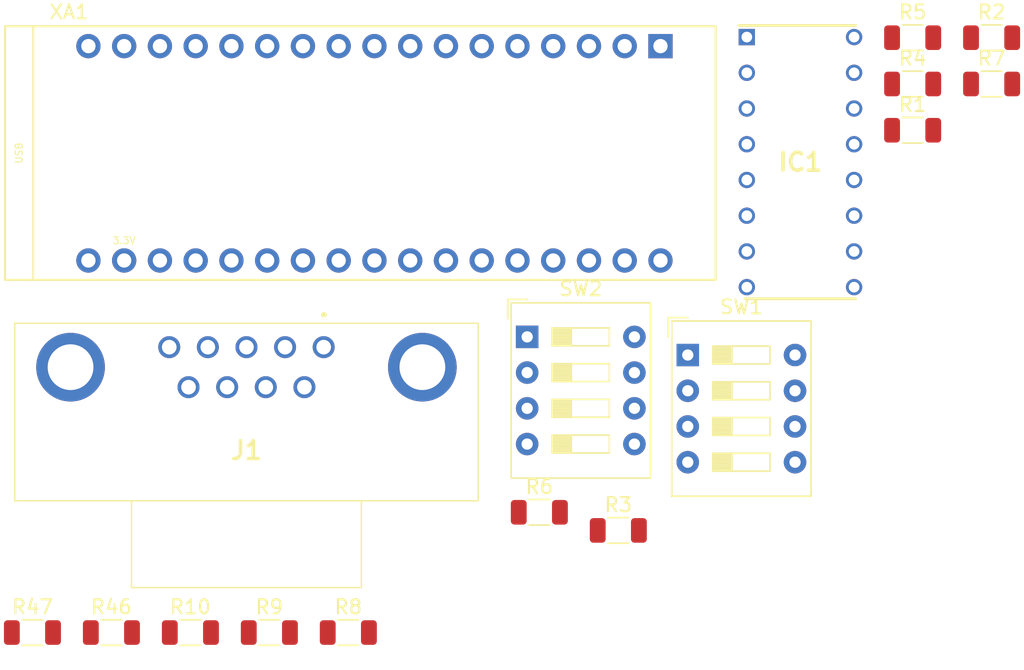
<source format=kicad_pcb>
(kicad_pcb (version 20171130) (host pcbnew "(5.1.8)-1")

  (general
    (thickness 1.6)
    (drawings 0)
    (tracks 0)
    (zones 0)
    (modules 17)
    (nets 58)
  )

  (page A4)
  (layers
    (0 F.Cu signal)
    (31 B.Cu signal)
    (32 B.Adhes user)
    (33 F.Adhes user)
    (34 B.Paste user)
    (35 F.Paste user)
    (36 B.SilkS user)
    (37 F.SilkS user)
    (38 B.Mask user)
    (39 F.Mask user)
    (40 Dwgs.User user)
    (41 Cmts.User user)
    (42 Eco1.User user)
    (43 Eco2.User user)
    (44 Edge.Cuts user)
    (45 Margin user)
    (46 B.CrtYd user)
    (47 F.CrtYd user)
    (48 B.Fab user)
    (49 F.Fab user)
  )

  (setup
    (last_trace_width 0.25)
    (trace_clearance 0.2)
    (zone_clearance 0.508)
    (zone_45_only no)
    (trace_min 0.2)
    (via_size 0.8)
    (via_drill 0.4)
    (via_min_size 0.4)
    (via_min_drill 0.3)
    (uvia_size 0.3)
    (uvia_drill 0.1)
    (uvias_allowed no)
    (uvia_min_size 0.2)
    (uvia_min_drill 0.1)
    (edge_width 0.05)
    (segment_width 0.2)
    (pcb_text_width 0.3)
    (pcb_text_size 1.5 1.5)
    (mod_edge_width 0.12)
    (mod_text_size 1 1)
    (mod_text_width 0.15)
    (pad_size 1.524 1.524)
    (pad_drill 0.762)
    (pad_to_mask_clearance 0)
    (aux_axis_origin 0 0)
    (visible_elements FFFFFF7F)
    (pcbplotparams
      (layerselection 0x010fc_ffffffff)
      (usegerberextensions false)
      (usegerberattributes true)
      (usegerberadvancedattributes true)
      (creategerberjobfile true)
      (excludeedgelayer true)
      (linewidth 0.100000)
      (plotframeref false)
      (viasonmask false)
      (mode 1)
      (useauxorigin false)
      (hpglpennumber 1)
      (hpglpenspeed 20)
      (hpglpendiameter 15.000000)
      (psnegative false)
      (psa4output false)
      (plotreference true)
      (plotvalue true)
      (plotinvisibletext false)
      (padsonsilk false)
      (subtractmaskfromsilk false)
      (outputformat 1)
      (mirror false)
      (drillshape 1)
      (scaleselection 1)
      (outputdirectory ""))
  )

  (net 0 "")
  (net 1 "Net-(C19-Pad1)")
  (net 2 "Net-(C22-Pad1)")
  (net 3 "Net-(C19-Pad2)")
  (net 4 "Net-(C20-Pad1)")
  (net 5 "Net-(C20-Pad2)")
  (net 6 "Net-(C21-Pad2)")
  (net 7 "Net-(IC1-Pad7)")
  (net 8 "Net-(IC1-Pad8)")
  (net 9 "Net-(IC1-Pad9)")
  (net 10 "Net-(IC1-Pad10)")
  (net 11 "Net-(IC1-Pad11)")
  (net 12 "Net-(IC1-Pad12)")
  (net 13 "Net-(IC1-Pad13)")
  (net 14 "Net-(IC1-Pad14)")
  (net 15 GND)
  (net 16 /5V)
  (net 17 "Net-(J1-Pad1)")
  (net 18 "Net-(J1-Pad4)")
  (net 19 "Net-(J1-Pad7)")
  (net 20 "Net-(J1-Pad9)")
  (net 21 "Net-(J1-Pad10)")
  (net 22 "Net-(J1-Pad11)")
  (net 23 "Net-(R1-Pad2)")
  (net 24 "Net-(R10-Pad1)")
  (net 25 "Net-(R3-Pad2)")
  (net 26 "Net-(R4-Pad2)")
  (net 27 "Net-(R5-Pad2)")
  (net 28 "Net-(R6-Pad2)")
  (net 29 "Net-(R7-Pad2)")
  (net 30 "Net-(R8-Pad2)")
  (net 31 "Net-(R9-Pad2)")
  (net 32 "Net-(R10-Pad2)")
  (net 33 /I2C_SDA)
  (net 34 /I2C_SCK)
  (net 35 "Net-(XA1-PadRST2)")
  (net 36 "Net-(XA1-PadMOSI)")
  (net 37 "Net-(XA1-PadSCK)")
  (net 38 "Net-(XA1-PadVIN)")
  (net 39 "Net-(XA1-Pad3V3)")
  (net 40 "Net-(XA1-PadRST1)")
  (net 41 "Net-(XA1-PadSS)")
  (net 42 "Net-(XA1-PadD0)")
  (net 43 "Net-(XA1-PadD1)")
  (net 44 "Net-(XA1-PadD4)")
  (net 45 "Net-(XA1-PadD5)")
  (net 46 "Net-(XA1-PadD6)")
  (net 47 "Net-(XA1-PadD7)")
  (net 48 "Net-(XA1-PadD8)")
  (net 49 "Net-(XA1-PadD9)")
  (net 50 "Net-(XA1-PadAREF)")
  (net 51 "Net-(XA1-PadD13)")
  (net 52 "Net-(XA1-PadD12)")
  (net 53 "Net-(XA1-PadA2)")
  (net 54 "Net-(XA1-PadA3)")
  (net 55 "Net-(XA1-PadA4)")
  (net 56 "Net-(XA1-PadA5)")
  (net 57 "Net-(XA1-PadMISO)")

  (net_class Default "This is the default net class."
    (clearance 0.2)
    (trace_width 0.25)
    (via_dia 0.8)
    (via_drill 0.4)
    (uvia_dia 0.3)
    (uvia_drill 0.1)
    (add_net /5V)
    (add_net /I2C_SCK)
    (add_net /I2C_SDA)
    (add_net GND)
    (add_net "Net-(C19-Pad1)")
    (add_net "Net-(C19-Pad2)")
    (add_net "Net-(C20-Pad1)")
    (add_net "Net-(C20-Pad2)")
    (add_net "Net-(C21-Pad2)")
    (add_net "Net-(C22-Pad1)")
    (add_net "Net-(IC1-Pad10)")
    (add_net "Net-(IC1-Pad11)")
    (add_net "Net-(IC1-Pad12)")
    (add_net "Net-(IC1-Pad13)")
    (add_net "Net-(IC1-Pad14)")
    (add_net "Net-(IC1-Pad7)")
    (add_net "Net-(IC1-Pad8)")
    (add_net "Net-(IC1-Pad9)")
    (add_net "Net-(J1-Pad1)")
    (add_net "Net-(J1-Pad10)")
    (add_net "Net-(J1-Pad11)")
    (add_net "Net-(J1-Pad4)")
    (add_net "Net-(J1-Pad7)")
    (add_net "Net-(J1-Pad9)")
    (add_net "Net-(R1-Pad2)")
    (add_net "Net-(R10-Pad1)")
    (add_net "Net-(R10-Pad2)")
    (add_net "Net-(R3-Pad2)")
    (add_net "Net-(R4-Pad2)")
    (add_net "Net-(R5-Pad2)")
    (add_net "Net-(R6-Pad2)")
    (add_net "Net-(R7-Pad2)")
    (add_net "Net-(R8-Pad2)")
    (add_net "Net-(R9-Pad2)")
    (add_net "Net-(XA1-Pad3V3)")
    (add_net "Net-(XA1-PadA2)")
    (add_net "Net-(XA1-PadA3)")
    (add_net "Net-(XA1-PadA4)")
    (add_net "Net-(XA1-PadA5)")
    (add_net "Net-(XA1-PadAREF)")
    (add_net "Net-(XA1-PadD0)")
    (add_net "Net-(XA1-PadD1)")
    (add_net "Net-(XA1-PadD12)")
    (add_net "Net-(XA1-PadD13)")
    (add_net "Net-(XA1-PadD4)")
    (add_net "Net-(XA1-PadD5)")
    (add_net "Net-(XA1-PadD6)")
    (add_net "Net-(XA1-PadD7)")
    (add_net "Net-(XA1-PadD8)")
    (add_net "Net-(XA1-PadD9)")
    (add_net "Net-(XA1-PadMISO)")
    (add_net "Net-(XA1-PadMOSI)")
    (add_net "Net-(XA1-PadRST1)")
    (add_net "Net-(XA1-PadRST2)")
    (add_net "Net-(XA1-PadSCK)")
    (add_net "Net-(XA1-PadSS)")
    (add_net "Net-(XA1-PadVIN)")
  )

  (module BVKSound:Arduino_Micro_Socket (layer F.Cu) (tedit 5A860566) (tstamp 60468E39)
    (at 87.726 62.103)
    (descr https://store.arduino.cc/arduino-micro)
    (path /61135274)
    (fp_text reference XA1 (at 2.54 -19.05) (layer F.SilkS)
      (effects (font (size 1 1) (thickness 0.15)))
    )
    (fp_text value Arduino_Micro_Socket (at 15.494 -19.05) (layer F.Fab)
      (effects (font (size 1 1) (thickness 0.15)))
    )
    (fp_text user 3.3V (at 6.46 -2.794) (layer F.SilkS)
      (effects (font (size 0.5 0.5) (thickness 0.075)))
    )
    (fp_text user USB (at -1.016 -9.017 90) (layer F.SilkS)
      (effects (font (size 0.5 0.5) (thickness 0.075)))
    )
    (fp_line (start -2.032 0.254) (end -2.286 0.254) (layer F.CrtYd) (width 0.15))
    (fp_line (start -2.286 0.254) (end -2.286 -17.526) (layer F.CrtYd) (width 0.15))
    (fp_line (start -2.286 -17.526) (end -2.286 -18.288) (layer F.CrtYd) (width 0.15))
    (fp_line (start -2.286 -18.288) (end 48.768 -18.288) (layer F.CrtYd) (width 0.15))
    (fp_line (start 48.768 -18.288) (end 48.768 0.254) (layer F.CrtYd) (width 0.15))
    (fp_line (start 48.768 0.254) (end -2.032 0.254) (layer F.CrtYd) (width 0.15))
    (fp_line (start -2 -18.034) (end -2 0) (layer F.SilkS) (width 0.15))
    (fp_line (start 48.48 -18) (end 48.48 0) (layer F.SilkS) (width 0.15))
    (fp_line (start -2 -18.034) (end 48.48 -18.034) (layer F.SilkS) (width 0.15))
    (fp_line (start 0 -18) (end 0 0) (layer F.SilkS) (width 0.15))
    (fp_line (start -2 0) (end 48.48 0) (layer F.SilkS) (width 0.15))
    (pad "" np_thru_hole circle (at 47.1 -16.62) (size 1.016 1.016) (drill 1.016) (layers *.Cu *.Mask))
    (pad "" np_thru_hole circle (at 1.38 -16.62) (size 1.016 1.016) (drill 1.016) (layers *.Cu *.Mask))
    (pad "" np_thru_hole circle (at 47.1 -1.38) (size 1.016 1.016) (drill 1.016) (layers *.Cu *.Mask))
    (pad "" thru_hole oval (at 26.78 -1.38) (size 1.7272 1.7272) (drill 1.016) (layers *.Cu *.Mask))
    (pad RST2 thru_hole oval (at 34.4 -16.62) (size 1.7272 1.7272) (drill 1.016) (layers *.Cu *.Mask)
      (net 35 "Net-(XA1-PadRST2)"))
    (pad MOSI thru_hole rect (at 44.56 -16.62) (size 1.7272 1.7272) (drill 1.016) (layers *.Cu *.Mask)
      (net 36 "Net-(XA1-PadMOSI)"))
    (pad SCK thru_hole oval (at 44.56 -1.38) (size 1.7272 1.7272) (drill 1.016) (layers *.Cu *.Mask)
      (net 37 "Net-(XA1-PadSCK)"))
    (pad A0 thru_hole oval (at 11.54 -1.38) (size 1.7272 1.7272) (drill 1.016) (layers *.Cu *.Mask)
      (net 24 "Net-(R10-Pad1)"))
    (pad VIN thru_hole oval (at 39.48 -1.38) (size 1.7272 1.7272) (drill 1.016) (layers *.Cu *.Mask)
      (net 38 "Net-(XA1-PadVIN)"))
    (pad GND2 thru_hole oval (at 31.86 -16.62) (size 1.7272 1.7272) (drill 1.016) (layers *.Cu *.Mask)
      (net 15 GND))
    (pad GND1 thru_hole oval (at 36.94 -1.38) (size 1.7272 1.7272) (drill 1.016) (layers *.Cu *.Mask)
      (net 15 GND))
    (pad 5V thru_hole oval (at 31.86 -1.38) (size 1.7272 1.7272) (drill 1.016) (layers *.Cu *.Mask)
      (net 16 /5V))
    (pad 3V3 thru_hole oval (at 6.46 -1.38) (size 1.7272 1.7272) (drill 1.016) (layers *.Cu *.Mask)
      (net 39 "Net-(XA1-Pad3V3)"))
    (pad RST1 thru_hole oval (at 34.4 -1.38) (size 1.7272 1.7272) (drill 1.016) (layers *.Cu *.Mask)
      (net 40 "Net-(XA1-PadRST1)"))
    (pad SS thru_hole oval (at 42.02 -16.62) (size 1.7272 1.7272) (drill 1.016) (layers *.Cu *.Mask)
      (net 41 "Net-(XA1-PadSS)"))
    (pad D0 thru_hole oval (at 36.94 -16.62) (size 1.7272 1.7272) (drill 1.016) (layers *.Cu *.Mask)
      (net 42 "Net-(XA1-PadD0)"))
    (pad D1 thru_hole oval (at 39.48 -16.62) (size 1.7272 1.7272) (drill 1.016) (layers *.Cu *.Mask)
      (net 43 "Net-(XA1-PadD1)"))
    (pad D2 thru_hole oval (at 29.32 -16.62) (size 1.7272 1.7272) (drill 1.016) (layers *.Cu *.Mask)
      (net 33 /I2C_SDA))
    (pad D3 thru_hole oval (at 26.78 -16.62) (size 1.7272 1.7272) (drill 1.016) (layers *.Cu *.Mask)
      (net 34 /I2C_SCK))
    (pad D4 thru_hole oval (at 24.24 -16.62) (size 1.7272 1.7272) (drill 1.016) (layers *.Cu *.Mask)
      (net 44 "Net-(XA1-PadD4)"))
    (pad D5 thru_hole oval (at 21.7 -16.62) (size 1.7272 1.7272) (drill 1.016) (layers *.Cu *.Mask)
      (net 45 "Net-(XA1-PadD5)"))
    (pad D6 thru_hole oval (at 19.16 -16.62) (size 1.7272 1.7272) (drill 1.016) (layers *.Cu *.Mask)
      (net 46 "Net-(XA1-PadD6)"))
    (pad D7 thru_hole oval (at 16.62 -16.62) (size 1.7272 1.7272) (drill 1.016) (layers *.Cu *.Mask)
      (net 47 "Net-(XA1-PadD7)"))
    (pad D8 thru_hole oval (at 14.08 -16.62) (size 1.7272 1.7272) (drill 1.016) (layers *.Cu *.Mask)
      (net 48 "Net-(XA1-PadD8)"))
    (pad D9 thru_hole oval (at 11.54 -16.62) (size 1.7272 1.7272) (drill 1.016) (layers *.Cu *.Mask)
      (net 49 "Net-(XA1-PadD9)"))
    (pad D10 thru_hole oval (at 9 -16.62) (size 1.7272 1.7272) (drill 1.016) (layers *.Cu *.Mask)
      (net 12 "Net-(IC1-Pad12)"))
    (pad "" np_thru_hole circle (at 1.38 -1.38) (size 1.016 1.016) (drill 1.016) (layers *.Cu *.Mask))
    (pad AREF thru_hole oval (at 9 -1.38) (size 1.7272 1.7272) (drill 1.016) (layers *.Cu *.Mask)
      (net 50 "Net-(XA1-PadAREF)"))
    (pad D13 thru_hole oval (at 3.92 -1.38) (size 1.7272 1.7272) (drill 1.016) (layers *.Cu *.Mask)
      (net 51 "Net-(XA1-PadD13)"))
    (pad D12 thru_hole oval (at 3.92 -16.62) (size 1.7272 1.7272) (drill 1.016) (layers *.Cu *.Mask)
      (net 52 "Net-(XA1-PadD12)"))
    (pad D11 thru_hole oval (at 6.46 -16.62) (size 1.7272 1.7272) (drill 1.016) (layers *.Cu *.Mask)
      (net 11 "Net-(IC1-Pad11)"))
    (pad "" thru_hole oval (at 29.32 -1.38) (size 1.7272 1.7272) (drill 1.016) (layers *.Cu *.Mask))
    (pad A1 thru_hole oval (at 14.08 -1.38) (size 1.7272 1.7272) (drill 1.016) (layers *.Cu *.Mask)
      (net 23 "Net-(R1-Pad2)"))
    (pad A2 thru_hole oval (at 16.62 -1.38) (size 1.7272 1.7272) (drill 1.016) (layers *.Cu *.Mask)
      (net 53 "Net-(XA1-PadA2)"))
    (pad A3 thru_hole oval (at 19.16 -1.38) (size 1.7272 1.7272) (drill 1.016) (layers *.Cu *.Mask)
      (net 54 "Net-(XA1-PadA3)"))
    (pad A4 thru_hole oval (at 21.7 -1.38) (size 1.7272 1.7272) (drill 1.016) (layers *.Cu *.Mask)
      (net 55 "Net-(XA1-PadA4)"))
    (pad A5 thru_hole oval (at 24.24 -1.38) (size 1.7272 1.7272) (drill 1.016) (layers *.Cu *.Mask)
      (net 56 "Net-(XA1-PadA5)"))
    (pad MISO thru_hole oval (at 42.02 -1.38) (size 1.7272 1.7272) (drill 1.016) (layers *.Cu *.Mask)
      (net 57 "Net-(XA1-PadMISO)"))
  )

  (module Button_Switch_THT:SW_DIP_SPSTx04_Slide_9.78x12.34mm_W7.62mm_P2.54mm (layer F.Cu) (tedit 5A4E1404) (tstamp 60468E02)
    (at 122.815 66.155)
    (descr "4x-dip-switch SPST , Slide, row spacing 7.62 mm (300 mils), body size 9.78x12.34mm (see e.g. https://www.ctscorp.com/wp-content/uploads/206-208.pdf)")
    (tags "DIP Switch SPST Slide 7.62mm 300mil")
    (path /603D5AFB)
    (fp_text reference SW2 (at 3.81 -3.42) (layer F.SilkS)
      (effects (font (size 1 1) (thickness 0.15)))
    )
    (fp_text value SW_DIP_x04 (at 3.81 11.04) (layer F.Fab)
      (effects (font (size 1 1) (thickness 0.15)))
    )
    (fp_text user on (at 5.365 -1.4975) (layer F.Fab)
      (effects (font (size 0.8 0.8) (thickness 0.12)))
    )
    (fp_text user %R (at 7.27 3.81 90) (layer F.Fab)
      (effects (font (size 0.8 0.8) (thickness 0.12)))
    )
    (fp_line (start -0.08 -2.36) (end 8.7 -2.36) (layer F.Fab) (width 0.1))
    (fp_line (start 8.7 -2.36) (end 8.7 9.98) (layer F.Fab) (width 0.1))
    (fp_line (start 8.7 9.98) (end -1.08 9.98) (layer F.Fab) (width 0.1))
    (fp_line (start -1.08 9.98) (end -1.08 -1.36) (layer F.Fab) (width 0.1))
    (fp_line (start -1.08 -1.36) (end -0.08 -2.36) (layer F.Fab) (width 0.1))
    (fp_line (start 1.78 -0.635) (end 1.78 0.635) (layer F.Fab) (width 0.1))
    (fp_line (start 1.78 0.635) (end 5.84 0.635) (layer F.Fab) (width 0.1))
    (fp_line (start 5.84 0.635) (end 5.84 -0.635) (layer F.Fab) (width 0.1))
    (fp_line (start 5.84 -0.635) (end 1.78 -0.635) (layer F.Fab) (width 0.1))
    (fp_line (start 1.78 -0.535) (end 3.133333 -0.535) (layer F.Fab) (width 0.1))
    (fp_line (start 1.78 -0.435) (end 3.133333 -0.435) (layer F.Fab) (width 0.1))
    (fp_line (start 1.78 -0.335) (end 3.133333 -0.335) (layer F.Fab) (width 0.1))
    (fp_line (start 1.78 -0.235) (end 3.133333 -0.235) (layer F.Fab) (width 0.1))
    (fp_line (start 1.78 -0.135) (end 3.133333 -0.135) (layer F.Fab) (width 0.1))
    (fp_line (start 1.78 -0.035) (end 3.133333 -0.035) (layer F.Fab) (width 0.1))
    (fp_line (start 1.78 0.065) (end 3.133333 0.065) (layer F.Fab) (width 0.1))
    (fp_line (start 1.78 0.165) (end 3.133333 0.165) (layer F.Fab) (width 0.1))
    (fp_line (start 1.78 0.265) (end 3.133333 0.265) (layer F.Fab) (width 0.1))
    (fp_line (start 1.78 0.365) (end 3.133333 0.365) (layer F.Fab) (width 0.1))
    (fp_line (start 1.78 0.465) (end 3.133333 0.465) (layer F.Fab) (width 0.1))
    (fp_line (start 1.78 0.565) (end 3.133333 0.565) (layer F.Fab) (width 0.1))
    (fp_line (start 3.133333 -0.635) (end 3.133333 0.635) (layer F.Fab) (width 0.1))
    (fp_line (start 1.78 1.905) (end 1.78 3.175) (layer F.Fab) (width 0.1))
    (fp_line (start 1.78 3.175) (end 5.84 3.175) (layer F.Fab) (width 0.1))
    (fp_line (start 5.84 3.175) (end 5.84 1.905) (layer F.Fab) (width 0.1))
    (fp_line (start 5.84 1.905) (end 1.78 1.905) (layer F.Fab) (width 0.1))
    (fp_line (start 1.78 2.005) (end 3.133333 2.005) (layer F.Fab) (width 0.1))
    (fp_line (start 1.78 2.105) (end 3.133333 2.105) (layer F.Fab) (width 0.1))
    (fp_line (start 1.78 2.205) (end 3.133333 2.205) (layer F.Fab) (width 0.1))
    (fp_line (start 1.78 2.305) (end 3.133333 2.305) (layer F.Fab) (width 0.1))
    (fp_line (start 1.78 2.405) (end 3.133333 2.405) (layer F.Fab) (width 0.1))
    (fp_line (start 1.78 2.505) (end 3.133333 2.505) (layer F.Fab) (width 0.1))
    (fp_line (start 1.78 2.605) (end 3.133333 2.605) (layer F.Fab) (width 0.1))
    (fp_line (start 1.78 2.705) (end 3.133333 2.705) (layer F.Fab) (width 0.1))
    (fp_line (start 1.78 2.805) (end 3.133333 2.805) (layer F.Fab) (width 0.1))
    (fp_line (start 1.78 2.905) (end 3.133333 2.905) (layer F.Fab) (width 0.1))
    (fp_line (start 1.78 3.005) (end 3.133333 3.005) (layer F.Fab) (width 0.1))
    (fp_line (start 1.78 3.105) (end 3.133333 3.105) (layer F.Fab) (width 0.1))
    (fp_line (start 3.133333 1.905) (end 3.133333 3.175) (layer F.Fab) (width 0.1))
    (fp_line (start 1.78 4.445) (end 1.78 5.715) (layer F.Fab) (width 0.1))
    (fp_line (start 1.78 5.715) (end 5.84 5.715) (layer F.Fab) (width 0.1))
    (fp_line (start 5.84 5.715) (end 5.84 4.445) (layer F.Fab) (width 0.1))
    (fp_line (start 5.84 4.445) (end 1.78 4.445) (layer F.Fab) (width 0.1))
    (fp_line (start 1.78 4.545) (end 3.133333 4.545) (layer F.Fab) (width 0.1))
    (fp_line (start 1.78 4.645) (end 3.133333 4.645) (layer F.Fab) (width 0.1))
    (fp_line (start 1.78 4.745) (end 3.133333 4.745) (layer F.Fab) (width 0.1))
    (fp_line (start 1.78 4.845) (end 3.133333 4.845) (layer F.Fab) (width 0.1))
    (fp_line (start 1.78 4.945) (end 3.133333 4.945) (layer F.Fab) (width 0.1))
    (fp_line (start 1.78 5.045) (end 3.133333 5.045) (layer F.Fab) (width 0.1))
    (fp_line (start 1.78 5.145) (end 3.133333 5.145) (layer F.Fab) (width 0.1))
    (fp_line (start 1.78 5.245) (end 3.133333 5.245) (layer F.Fab) (width 0.1))
    (fp_line (start 1.78 5.345) (end 3.133333 5.345) (layer F.Fab) (width 0.1))
    (fp_line (start 1.78 5.445) (end 3.133333 5.445) (layer F.Fab) (width 0.1))
    (fp_line (start 1.78 5.545) (end 3.133333 5.545) (layer F.Fab) (width 0.1))
    (fp_line (start 1.78 5.645) (end 3.133333 5.645) (layer F.Fab) (width 0.1))
    (fp_line (start 3.133333 4.445) (end 3.133333 5.715) (layer F.Fab) (width 0.1))
    (fp_line (start 1.78 6.985) (end 1.78 8.255) (layer F.Fab) (width 0.1))
    (fp_line (start 1.78 8.255) (end 5.84 8.255) (layer F.Fab) (width 0.1))
    (fp_line (start 5.84 8.255) (end 5.84 6.985) (layer F.Fab) (width 0.1))
    (fp_line (start 5.84 6.985) (end 1.78 6.985) (layer F.Fab) (width 0.1))
    (fp_line (start 1.78 7.085) (end 3.133333 7.085) (layer F.Fab) (width 0.1))
    (fp_line (start 1.78 7.185) (end 3.133333 7.185) (layer F.Fab) (width 0.1))
    (fp_line (start 1.78 7.285) (end 3.133333 7.285) (layer F.Fab) (width 0.1))
    (fp_line (start 1.78 7.385) (end 3.133333 7.385) (layer F.Fab) (width 0.1))
    (fp_line (start 1.78 7.485) (end 3.133333 7.485) (layer F.Fab) (width 0.1))
    (fp_line (start 1.78 7.585) (end 3.133333 7.585) (layer F.Fab) (width 0.1))
    (fp_line (start 1.78 7.685) (end 3.133333 7.685) (layer F.Fab) (width 0.1))
    (fp_line (start 1.78 7.785) (end 3.133333 7.785) (layer F.Fab) (width 0.1))
    (fp_line (start 1.78 7.885) (end 3.133333 7.885) (layer F.Fab) (width 0.1))
    (fp_line (start 1.78 7.985) (end 3.133333 7.985) (layer F.Fab) (width 0.1))
    (fp_line (start 1.78 8.085) (end 3.133333 8.085) (layer F.Fab) (width 0.1))
    (fp_line (start 1.78 8.185) (end 3.133333 8.185) (layer F.Fab) (width 0.1))
    (fp_line (start 3.133333 6.985) (end 3.133333 8.255) (layer F.Fab) (width 0.1))
    (fp_line (start -1.14 -2.42) (end 8.76 -2.42) (layer F.SilkS) (width 0.12))
    (fp_line (start -1.14 10.04) (end 8.76 10.04) (layer F.SilkS) (width 0.12))
    (fp_line (start -1.14 -2.42) (end -1.14 10.04) (layer F.SilkS) (width 0.12))
    (fp_line (start 8.76 -2.42) (end 8.76 10.04) (layer F.SilkS) (width 0.12))
    (fp_line (start -1.38 -2.66) (end 0.004 -2.66) (layer F.SilkS) (width 0.12))
    (fp_line (start -1.38 -2.66) (end -1.38 -1.277) (layer F.SilkS) (width 0.12))
    (fp_line (start 1.78 -0.635) (end 1.78 0.635) (layer F.SilkS) (width 0.12))
    (fp_line (start 1.78 0.635) (end 5.84 0.635) (layer F.SilkS) (width 0.12))
    (fp_line (start 5.84 0.635) (end 5.84 -0.635) (layer F.SilkS) (width 0.12))
    (fp_line (start 5.84 -0.635) (end 1.78 -0.635) (layer F.SilkS) (width 0.12))
    (fp_line (start 1.78 -0.515) (end 3.133333 -0.515) (layer F.SilkS) (width 0.12))
    (fp_line (start 1.78 -0.395) (end 3.133333 -0.395) (layer F.SilkS) (width 0.12))
    (fp_line (start 1.78 -0.275) (end 3.133333 -0.275) (layer F.SilkS) (width 0.12))
    (fp_line (start 1.78 -0.155) (end 3.133333 -0.155) (layer F.SilkS) (width 0.12))
    (fp_line (start 1.78 -0.035) (end 3.133333 -0.035) (layer F.SilkS) (width 0.12))
    (fp_line (start 1.78 0.085) (end 3.133333 0.085) (layer F.SilkS) (width 0.12))
    (fp_line (start 1.78 0.205) (end 3.133333 0.205) (layer F.SilkS) (width 0.12))
    (fp_line (start 1.78 0.325) (end 3.133333 0.325) (layer F.SilkS) (width 0.12))
    (fp_line (start 1.78 0.445) (end 3.133333 0.445) (layer F.SilkS) (width 0.12))
    (fp_line (start 1.78 0.565) (end 3.133333 0.565) (layer F.SilkS) (width 0.12))
    (fp_line (start 3.133333 -0.635) (end 3.133333 0.635) (layer F.SilkS) (width 0.12))
    (fp_line (start 1.78 1.905) (end 1.78 3.175) (layer F.SilkS) (width 0.12))
    (fp_line (start 1.78 3.175) (end 5.84 3.175) (layer F.SilkS) (width 0.12))
    (fp_line (start 5.84 3.175) (end 5.84 1.905) (layer F.SilkS) (width 0.12))
    (fp_line (start 5.84 1.905) (end 1.78 1.905) (layer F.SilkS) (width 0.12))
    (fp_line (start 1.78 2.025) (end 3.133333 2.025) (layer F.SilkS) (width 0.12))
    (fp_line (start 1.78 2.145) (end 3.133333 2.145) (layer F.SilkS) (width 0.12))
    (fp_line (start 1.78 2.265) (end 3.133333 2.265) (layer F.SilkS) (width 0.12))
    (fp_line (start 1.78 2.385) (end 3.133333 2.385) (layer F.SilkS) (width 0.12))
    (fp_line (start 1.78 2.505) (end 3.133333 2.505) (layer F.SilkS) (width 0.12))
    (fp_line (start 1.78 2.625) (end 3.133333 2.625) (layer F.SilkS) (width 0.12))
    (fp_line (start 1.78 2.745) (end 3.133333 2.745) (layer F.SilkS) (width 0.12))
    (fp_line (start 1.78 2.865) (end 3.133333 2.865) (layer F.SilkS) (width 0.12))
    (fp_line (start 1.78 2.985) (end 3.133333 2.985) (layer F.SilkS) (width 0.12))
    (fp_line (start 1.78 3.105) (end 3.133333 3.105) (layer F.SilkS) (width 0.12))
    (fp_line (start 3.133333 1.905) (end 3.133333 3.175) (layer F.SilkS) (width 0.12))
    (fp_line (start 1.78 4.445) (end 1.78 5.715) (layer F.SilkS) (width 0.12))
    (fp_line (start 1.78 5.715) (end 5.84 5.715) (layer F.SilkS) (width 0.12))
    (fp_line (start 5.84 5.715) (end 5.84 4.445) (layer F.SilkS) (width 0.12))
    (fp_line (start 5.84 4.445) (end 1.78 4.445) (layer F.SilkS) (width 0.12))
    (fp_line (start 1.78 4.565) (end 3.133333 4.565) (layer F.SilkS) (width 0.12))
    (fp_line (start 1.78 4.685) (end 3.133333 4.685) (layer F.SilkS) (width 0.12))
    (fp_line (start 1.78 4.805) (end 3.133333 4.805) (layer F.SilkS) (width 0.12))
    (fp_line (start 1.78 4.925) (end 3.133333 4.925) (layer F.SilkS) (width 0.12))
    (fp_line (start 1.78 5.045) (end 3.133333 5.045) (layer F.SilkS) (width 0.12))
    (fp_line (start 1.78 5.165) (end 3.133333 5.165) (layer F.SilkS) (width 0.12))
    (fp_line (start 1.78 5.285) (end 3.133333 5.285) (layer F.SilkS) (width 0.12))
    (fp_line (start 1.78 5.405) (end 3.133333 5.405) (layer F.SilkS) (width 0.12))
    (fp_line (start 1.78 5.525) (end 3.133333 5.525) (layer F.SilkS) (width 0.12))
    (fp_line (start 1.78 5.645) (end 3.133333 5.645) (layer F.SilkS) (width 0.12))
    (fp_line (start 3.133333 4.445) (end 3.133333 5.715) (layer F.SilkS) (width 0.12))
    (fp_line (start 1.78 6.985) (end 1.78 8.255) (layer F.SilkS) (width 0.12))
    (fp_line (start 1.78 8.255) (end 5.84 8.255) (layer F.SilkS) (width 0.12))
    (fp_line (start 5.84 8.255) (end 5.84 6.985) (layer F.SilkS) (width 0.12))
    (fp_line (start 5.84 6.985) (end 1.78 6.985) (layer F.SilkS) (width 0.12))
    (fp_line (start 1.78 7.105) (end 3.133333 7.105) (layer F.SilkS) (width 0.12))
    (fp_line (start 1.78 7.225) (end 3.133333 7.225) (layer F.SilkS) (width 0.12))
    (fp_line (start 1.78 7.345) (end 3.133333 7.345) (layer F.SilkS) (width 0.12))
    (fp_line (start 1.78 7.465) (end 3.133333 7.465) (layer F.SilkS) (width 0.12))
    (fp_line (start 1.78 7.585) (end 3.133333 7.585) (layer F.SilkS) (width 0.12))
    (fp_line (start 1.78 7.705) (end 3.133333 7.705) (layer F.SilkS) (width 0.12))
    (fp_line (start 1.78 7.825) (end 3.133333 7.825) (layer F.SilkS) (width 0.12))
    (fp_line (start 1.78 7.945) (end 3.133333 7.945) (layer F.SilkS) (width 0.12))
    (fp_line (start 1.78 8.065) (end 3.133333 8.065) (layer F.SilkS) (width 0.12))
    (fp_line (start 1.78 8.185) (end 3.133333 8.185) (layer F.SilkS) (width 0.12))
    (fp_line (start 3.133333 6.985) (end 3.133333 8.255) (layer F.SilkS) (width 0.12))
    (fp_line (start -1.35 -2.7) (end -1.35 10.3) (layer F.CrtYd) (width 0.05))
    (fp_line (start -1.35 10.3) (end 8.95 10.3) (layer F.CrtYd) (width 0.05))
    (fp_line (start 8.95 10.3) (end 8.95 -2.7) (layer F.CrtYd) (width 0.05))
    (fp_line (start 8.95 -2.7) (end -1.35 -2.7) (layer F.CrtYd) (width 0.05))
    (pad 8 thru_hole oval (at 7.62 0) (size 1.6 1.6) (drill 0.8) (layers *.Cu *.Mask)
      (net 16 /5V))
    (pad 4 thru_hole oval (at 0 7.62) (size 1.6 1.6) (drill 0.8) (layers *.Cu *.Mask)
      (net 32 "Net-(R10-Pad2)"))
    (pad 7 thru_hole oval (at 7.62 2.54) (size 1.6 1.6) (drill 0.8) (layers *.Cu *.Mask)
      (net 16 /5V))
    (pad 3 thru_hole oval (at 0 5.08) (size 1.6 1.6) (drill 0.8) (layers *.Cu *.Mask)
      (net 30 "Net-(R8-Pad2)"))
    (pad 6 thru_hole oval (at 7.62 5.08) (size 1.6 1.6) (drill 0.8) (layers *.Cu *.Mask)
      (net 16 /5V))
    (pad 2 thru_hole oval (at 0 2.54) (size 1.6 1.6) (drill 0.8) (layers *.Cu *.Mask)
      (net 28 "Net-(R6-Pad2)"))
    (pad 5 thru_hole oval (at 7.62 7.62) (size 1.6 1.6) (drill 0.8) (layers *.Cu *.Mask)
      (net 16 /5V))
    (pad 1 thru_hole rect (at 0 0) (size 1.6 1.6) (drill 0.8) (layers *.Cu *.Mask)
      (net 26 "Net-(R4-Pad2)"))
    (model ${KISYS3DMOD}/Button_Switch_THT.3dshapes/SW_DIP_SPSTx04_Slide_9.78x12.34mm_W7.62mm_P2.54mm.wrl
      (at (xyz 0 0 0))
      (scale (xyz 1 1 1))
      (rotate (xyz 0 0 90))
    )
  )

  (module Button_Switch_THT:SW_DIP_SPSTx04_Slide_9.78x12.34mm_W7.62mm_P2.54mm (layer F.Cu) (tedit 5A4E1404) (tstamp 60468D65)
    (at 134.225 67.445)
    (descr "4x-dip-switch SPST , Slide, row spacing 7.62 mm (300 mils), body size 9.78x12.34mm (see e.g. https://www.ctscorp.com/wp-content/uploads/206-208.pdf)")
    (tags "DIP Switch SPST Slide 7.62mm 300mil")
    (path /604840E4)
    (fp_text reference SW1 (at 3.81 -3.42) (layer F.SilkS)
      (effects (font (size 1 1) (thickness 0.15)))
    )
    (fp_text value SW_DIP_x04 (at 3.81 11.04) (layer F.Fab)
      (effects (font (size 1 1) (thickness 0.15)))
    )
    (fp_text user on (at 5.365 -1.4975) (layer F.Fab)
      (effects (font (size 0.8 0.8) (thickness 0.12)))
    )
    (fp_text user %R (at 7.27 3.81 90) (layer F.Fab)
      (effects (font (size 0.8 0.8) (thickness 0.12)))
    )
    (fp_line (start -0.08 -2.36) (end 8.7 -2.36) (layer F.Fab) (width 0.1))
    (fp_line (start 8.7 -2.36) (end 8.7 9.98) (layer F.Fab) (width 0.1))
    (fp_line (start 8.7 9.98) (end -1.08 9.98) (layer F.Fab) (width 0.1))
    (fp_line (start -1.08 9.98) (end -1.08 -1.36) (layer F.Fab) (width 0.1))
    (fp_line (start -1.08 -1.36) (end -0.08 -2.36) (layer F.Fab) (width 0.1))
    (fp_line (start 1.78 -0.635) (end 1.78 0.635) (layer F.Fab) (width 0.1))
    (fp_line (start 1.78 0.635) (end 5.84 0.635) (layer F.Fab) (width 0.1))
    (fp_line (start 5.84 0.635) (end 5.84 -0.635) (layer F.Fab) (width 0.1))
    (fp_line (start 5.84 -0.635) (end 1.78 -0.635) (layer F.Fab) (width 0.1))
    (fp_line (start 1.78 -0.535) (end 3.133333 -0.535) (layer F.Fab) (width 0.1))
    (fp_line (start 1.78 -0.435) (end 3.133333 -0.435) (layer F.Fab) (width 0.1))
    (fp_line (start 1.78 -0.335) (end 3.133333 -0.335) (layer F.Fab) (width 0.1))
    (fp_line (start 1.78 -0.235) (end 3.133333 -0.235) (layer F.Fab) (width 0.1))
    (fp_line (start 1.78 -0.135) (end 3.133333 -0.135) (layer F.Fab) (width 0.1))
    (fp_line (start 1.78 -0.035) (end 3.133333 -0.035) (layer F.Fab) (width 0.1))
    (fp_line (start 1.78 0.065) (end 3.133333 0.065) (layer F.Fab) (width 0.1))
    (fp_line (start 1.78 0.165) (end 3.133333 0.165) (layer F.Fab) (width 0.1))
    (fp_line (start 1.78 0.265) (end 3.133333 0.265) (layer F.Fab) (width 0.1))
    (fp_line (start 1.78 0.365) (end 3.133333 0.365) (layer F.Fab) (width 0.1))
    (fp_line (start 1.78 0.465) (end 3.133333 0.465) (layer F.Fab) (width 0.1))
    (fp_line (start 1.78 0.565) (end 3.133333 0.565) (layer F.Fab) (width 0.1))
    (fp_line (start 3.133333 -0.635) (end 3.133333 0.635) (layer F.Fab) (width 0.1))
    (fp_line (start 1.78 1.905) (end 1.78 3.175) (layer F.Fab) (width 0.1))
    (fp_line (start 1.78 3.175) (end 5.84 3.175) (layer F.Fab) (width 0.1))
    (fp_line (start 5.84 3.175) (end 5.84 1.905) (layer F.Fab) (width 0.1))
    (fp_line (start 5.84 1.905) (end 1.78 1.905) (layer F.Fab) (width 0.1))
    (fp_line (start 1.78 2.005) (end 3.133333 2.005) (layer F.Fab) (width 0.1))
    (fp_line (start 1.78 2.105) (end 3.133333 2.105) (layer F.Fab) (width 0.1))
    (fp_line (start 1.78 2.205) (end 3.133333 2.205) (layer F.Fab) (width 0.1))
    (fp_line (start 1.78 2.305) (end 3.133333 2.305) (layer F.Fab) (width 0.1))
    (fp_line (start 1.78 2.405) (end 3.133333 2.405) (layer F.Fab) (width 0.1))
    (fp_line (start 1.78 2.505) (end 3.133333 2.505) (layer F.Fab) (width 0.1))
    (fp_line (start 1.78 2.605) (end 3.133333 2.605) (layer F.Fab) (width 0.1))
    (fp_line (start 1.78 2.705) (end 3.133333 2.705) (layer F.Fab) (width 0.1))
    (fp_line (start 1.78 2.805) (end 3.133333 2.805) (layer F.Fab) (width 0.1))
    (fp_line (start 1.78 2.905) (end 3.133333 2.905) (layer F.Fab) (width 0.1))
    (fp_line (start 1.78 3.005) (end 3.133333 3.005) (layer F.Fab) (width 0.1))
    (fp_line (start 1.78 3.105) (end 3.133333 3.105) (layer F.Fab) (width 0.1))
    (fp_line (start 3.133333 1.905) (end 3.133333 3.175) (layer F.Fab) (width 0.1))
    (fp_line (start 1.78 4.445) (end 1.78 5.715) (layer F.Fab) (width 0.1))
    (fp_line (start 1.78 5.715) (end 5.84 5.715) (layer F.Fab) (width 0.1))
    (fp_line (start 5.84 5.715) (end 5.84 4.445) (layer F.Fab) (width 0.1))
    (fp_line (start 5.84 4.445) (end 1.78 4.445) (layer F.Fab) (width 0.1))
    (fp_line (start 1.78 4.545) (end 3.133333 4.545) (layer F.Fab) (width 0.1))
    (fp_line (start 1.78 4.645) (end 3.133333 4.645) (layer F.Fab) (width 0.1))
    (fp_line (start 1.78 4.745) (end 3.133333 4.745) (layer F.Fab) (width 0.1))
    (fp_line (start 1.78 4.845) (end 3.133333 4.845) (layer F.Fab) (width 0.1))
    (fp_line (start 1.78 4.945) (end 3.133333 4.945) (layer F.Fab) (width 0.1))
    (fp_line (start 1.78 5.045) (end 3.133333 5.045) (layer F.Fab) (width 0.1))
    (fp_line (start 1.78 5.145) (end 3.133333 5.145) (layer F.Fab) (width 0.1))
    (fp_line (start 1.78 5.245) (end 3.133333 5.245) (layer F.Fab) (width 0.1))
    (fp_line (start 1.78 5.345) (end 3.133333 5.345) (layer F.Fab) (width 0.1))
    (fp_line (start 1.78 5.445) (end 3.133333 5.445) (layer F.Fab) (width 0.1))
    (fp_line (start 1.78 5.545) (end 3.133333 5.545) (layer F.Fab) (width 0.1))
    (fp_line (start 1.78 5.645) (end 3.133333 5.645) (layer F.Fab) (width 0.1))
    (fp_line (start 3.133333 4.445) (end 3.133333 5.715) (layer F.Fab) (width 0.1))
    (fp_line (start 1.78 6.985) (end 1.78 8.255) (layer F.Fab) (width 0.1))
    (fp_line (start 1.78 8.255) (end 5.84 8.255) (layer F.Fab) (width 0.1))
    (fp_line (start 5.84 8.255) (end 5.84 6.985) (layer F.Fab) (width 0.1))
    (fp_line (start 5.84 6.985) (end 1.78 6.985) (layer F.Fab) (width 0.1))
    (fp_line (start 1.78 7.085) (end 3.133333 7.085) (layer F.Fab) (width 0.1))
    (fp_line (start 1.78 7.185) (end 3.133333 7.185) (layer F.Fab) (width 0.1))
    (fp_line (start 1.78 7.285) (end 3.133333 7.285) (layer F.Fab) (width 0.1))
    (fp_line (start 1.78 7.385) (end 3.133333 7.385) (layer F.Fab) (width 0.1))
    (fp_line (start 1.78 7.485) (end 3.133333 7.485) (layer F.Fab) (width 0.1))
    (fp_line (start 1.78 7.585) (end 3.133333 7.585) (layer F.Fab) (width 0.1))
    (fp_line (start 1.78 7.685) (end 3.133333 7.685) (layer F.Fab) (width 0.1))
    (fp_line (start 1.78 7.785) (end 3.133333 7.785) (layer F.Fab) (width 0.1))
    (fp_line (start 1.78 7.885) (end 3.133333 7.885) (layer F.Fab) (width 0.1))
    (fp_line (start 1.78 7.985) (end 3.133333 7.985) (layer F.Fab) (width 0.1))
    (fp_line (start 1.78 8.085) (end 3.133333 8.085) (layer F.Fab) (width 0.1))
    (fp_line (start 1.78 8.185) (end 3.133333 8.185) (layer F.Fab) (width 0.1))
    (fp_line (start 3.133333 6.985) (end 3.133333 8.255) (layer F.Fab) (width 0.1))
    (fp_line (start -1.14 -2.42) (end 8.76 -2.42) (layer F.SilkS) (width 0.12))
    (fp_line (start -1.14 10.04) (end 8.76 10.04) (layer F.SilkS) (width 0.12))
    (fp_line (start -1.14 -2.42) (end -1.14 10.04) (layer F.SilkS) (width 0.12))
    (fp_line (start 8.76 -2.42) (end 8.76 10.04) (layer F.SilkS) (width 0.12))
    (fp_line (start -1.38 -2.66) (end 0.004 -2.66) (layer F.SilkS) (width 0.12))
    (fp_line (start -1.38 -2.66) (end -1.38 -1.277) (layer F.SilkS) (width 0.12))
    (fp_line (start 1.78 -0.635) (end 1.78 0.635) (layer F.SilkS) (width 0.12))
    (fp_line (start 1.78 0.635) (end 5.84 0.635) (layer F.SilkS) (width 0.12))
    (fp_line (start 5.84 0.635) (end 5.84 -0.635) (layer F.SilkS) (width 0.12))
    (fp_line (start 5.84 -0.635) (end 1.78 -0.635) (layer F.SilkS) (width 0.12))
    (fp_line (start 1.78 -0.515) (end 3.133333 -0.515) (layer F.SilkS) (width 0.12))
    (fp_line (start 1.78 -0.395) (end 3.133333 -0.395) (layer F.SilkS) (width 0.12))
    (fp_line (start 1.78 -0.275) (end 3.133333 -0.275) (layer F.SilkS) (width 0.12))
    (fp_line (start 1.78 -0.155) (end 3.133333 -0.155) (layer F.SilkS) (width 0.12))
    (fp_line (start 1.78 -0.035) (end 3.133333 -0.035) (layer F.SilkS) (width 0.12))
    (fp_line (start 1.78 0.085) (end 3.133333 0.085) (layer F.SilkS) (width 0.12))
    (fp_line (start 1.78 0.205) (end 3.133333 0.205) (layer F.SilkS) (width 0.12))
    (fp_line (start 1.78 0.325) (end 3.133333 0.325) (layer F.SilkS) (width 0.12))
    (fp_line (start 1.78 0.445) (end 3.133333 0.445) (layer F.SilkS) (width 0.12))
    (fp_line (start 1.78 0.565) (end 3.133333 0.565) (layer F.SilkS) (width 0.12))
    (fp_line (start 3.133333 -0.635) (end 3.133333 0.635) (layer F.SilkS) (width 0.12))
    (fp_line (start 1.78 1.905) (end 1.78 3.175) (layer F.SilkS) (width 0.12))
    (fp_line (start 1.78 3.175) (end 5.84 3.175) (layer F.SilkS) (width 0.12))
    (fp_line (start 5.84 3.175) (end 5.84 1.905) (layer F.SilkS) (width 0.12))
    (fp_line (start 5.84 1.905) (end 1.78 1.905) (layer F.SilkS) (width 0.12))
    (fp_line (start 1.78 2.025) (end 3.133333 2.025) (layer F.SilkS) (width 0.12))
    (fp_line (start 1.78 2.145) (end 3.133333 2.145) (layer F.SilkS) (width 0.12))
    (fp_line (start 1.78 2.265) (end 3.133333 2.265) (layer F.SilkS) (width 0.12))
    (fp_line (start 1.78 2.385) (end 3.133333 2.385) (layer F.SilkS) (width 0.12))
    (fp_line (start 1.78 2.505) (end 3.133333 2.505) (layer F.SilkS) (width 0.12))
    (fp_line (start 1.78 2.625) (end 3.133333 2.625) (layer F.SilkS) (width 0.12))
    (fp_line (start 1.78 2.745) (end 3.133333 2.745) (layer F.SilkS) (width 0.12))
    (fp_line (start 1.78 2.865) (end 3.133333 2.865) (layer F.SilkS) (width 0.12))
    (fp_line (start 1.78 2.985) (end 3.133333 2.985) (layer F.SilkS) (width 0.12))
    (fp_line (start 1.78 3.105) (end 3.133333 3.105) (layer F.SilkS) (width 0.12))
    (fp_line (start 3.133333 1.905) (end 3.133333 3.175) (layer F.SilkS) (width 0.12))
    (fp_line (start 1.78 4.445) (end 1.78 5.715) (layer F.SilkS) (width 0.12))
    (fp_line (start 1.78 5.715) (end 5.84 5.715) (layer F.SilkS) (width 0.12))
    (fp_line (start 5.84 5.715) (end 5.84 4.445) (layer F.SilkS) (width 0.12))
    (fp_line (start 5.84 4.445) (end 1.78 4.445) (layer F.SilkS) (width 0.12))
    (fp_line (start 1.78 4.565) (end 3.133333 4.565) (layer F.SilkS) (width 0.12))
    (fp_line (start 1.78 4.685) (end 3.133333 4.685) (layer F.SilkS) (width 0.12))
    (fp_line (start 1.78 4.805) (end 3.133333 4.805) (layer F.SilkS) (width 0.12))
    (fp_line (start 1.78 4.925) (end 3.133333 4.925) (layer F.SilkS) (width 0.12))
    (fp_line (start 1.78 5.045) (end 3.133333 5.045) (layer F.SilkS) (width 0.12))
    (fp_line (start 1.78 5.165) (end 3.133333 5.165) (layer F.SilkS) (width 0.12))
    (fp_line (start 1.78 5.285) (end 3.133333 5.285) (layer F.SilkS) (width 0.12))
    (fp_line (start 1.78 5.405) (end 3.133333 5.405) (layer F.SilkS) (width 0.12))
    (fp_line (start 1.78 5.525) (end 3.133333 5.525) (layer F.SilkS) (width 0.12))
    (fp_line (start 1.78 5.645) (end 3.133333 5.645) (layer F.SilkS) (width 0.12))
    (fp_line (start 3.133333 4.445) (end 3.133333 5.715) (layer F.SilkS) (width 0.12))
    (fp_line (start 1.78 6.985) (end 1.78 8.255) (layer F.SilkS) (width 0.12))
    (fp_line (start 1.78 8.255) (end 5.84 8.255) (layer F.SilkS) (width 0.12))
    (fp_line (start 5.84 8.255) (end 5.84 6.985) (layer F.SilkS) (width 0.12))
    (fp_line (start 5.84 6.985) (end 1.78 6.985) (layer F.SilkS) (width 0.12))
    (fp_line (start 1.78 7.105) (end 3.133333 7.105) (layer F.SilkS) (width 0.12))
    (fp_line (start 1.78 7.225) (end 3.133333 7.225) (layer F.SilkS) (width 0.12))
    (fp_line (start 1.78 7.345) (end 3.133333 7.345) (layer F.SilkS) (width 0.12))
    (fp_line (start 1.78 7.465) (end 3.133333 7.465) (layer F.SilkS) (width 0.12))
    (fp_line (start 1.78 7.585) (end 3.133333 7.585) (layer F.SilkS) (width 0.12))
    (fp_line (start 1.78 7.705) (end 3.133333 7.705) (layer F.SilkS) (width 0.12))
    (fp_line (start 1.78 7.825) (end 3.133333 7.825) (layer F.SilkS) (width 0.12))
    (fp_line (start 1.78 7.945) (end 3.133333 7.945) (layer F.SilkS) (width 0.12))
    (fp_line (start 1.78 8.065) (end 3.133333 8.065) (layer F.SilkS) (width 0.12))
    (fp_line (start 1.78 8.185) (end 3.133333 8.185) (layer F.SilkS) (width 0.12))
    (fp_line (start 3.133333 6.985) (end 3.133333 8.255) (layer F.SilkS) (width 0.12))
    (fp_line (start -1.35 -2.7) (end -1.35 10.3) (layer F.CrtYd) (width 0.05))
    (fp_line (start -1.35 10.3) (end 8.95 10.3) (layer F.CrtYd) (width 0.05))
    (fp_line (start 8.95 10.3) (end 8.95 -2.7) (layer F.CrtYd) (width 0.05))
    (fp_line (start 8.95 -2.7) (end -1.35 -2.7) (layer F.CrtYd) (width 0.05))
    (pad 8 thru_hole oval (at 7.62 0) (size 1.6 1.6) (drill 0.8) (layers *.Cu *.Mask)
      (net 16 /5V))
    (pad 4 thru_hole oval (at 0 7.62) (size 1.6 1.6) (drill 0.8) (layers *.Cu *.Mask)
      (net 31 "Net-(R9-Pad2)"))
    (pad 7 thru_hole oval (at 7.62 2.54) (size 1.6 1.6) (drill 0.8) (layers *.Cu *.Mask)
      (net 16 /5V))
    (pad 3 thru_hole oval (at 0 5.08) (size 1.6 1.6) (drill 0.8) (layers *.Cu *.Mask)
      (net 29 "Net-(R7-Pad2)"))
    (pad 6 thru_hole oval (at 7.62 5.08) (size 1.6 1.6) (drill 0.8) (layers *.Cu *.Mask)
      (net 16 /5V))
    (pad 2 thru_hole oval (at 0 2.54) (size 1.6 1.6) (drill 0.8) (layers *.Cu *.Mask)
      (net 27 "Net-(R5-Pad2)"))
    (pad 5 thru_hole oval (at 7.62 7.62) (size 1.6 1.6) (drill 0.8) (layers *.Cu *.Mask)
      (net 16 /5V))
    (pad 1 thru_hole rect (at 0 0) (size 1.6 1.6) (drill 0.8) (layers *.Cu *.Mask)
      (net 25 "Net-(R3-Pad2)"))
    (model ${KISYS3DMOD}/Button_Switch_THT.3dshapes/SW_DIP_SPSTx04_Slide_9.78x12.34mm_W7.62mm_P2.54mm.wrl
      (at (xyz 0 0 0))
      (scale (xyz 1 1 1))
      (rotate (xyz 0 0 90))
    )
  )

  (module Resistor_SMD:R_1206_3216Metric (layer F.Cu) (tedit 5F68FEEE) (tstamp 60468CC8)
    (at 87.67 87.175)
    (descr "Resistor SMD 1206 (3216 Metric), square (rectangular) end terminal, IPC_7351 nominal, (Body size source: IPC-SM-782 page 72, https://www.pcb-3d.com/wordpress/wp-content/uploads/ipc-sm-782a_amendment_1_and_2.pdf), generated with kicad-footprint-generator")
    (tags resistor)
    (path /63459BC8)
    (attr smd)
    (fp_text reference R47 (at 0 -1.82) (layer F.SilkS)
      (effects (font (size 1 1) (thickness 0.15)))
    )
    (fp_text value 4K7 (at 0 1.82) (layer F.Fab)
      (effects (font (size 1 1) (thickness 0.15)))
    )
    (fp_text user %R (at 0 0) (layer F.Fab)
      (effects (font (size 0.8 0.8) (thickness 0.12)))
    )
    (fp_line (start -1.6 0.8) (end -1.6 -0.8) (layer F.Fab) (width 0.1))
    (fp_line (start -1.6 -0.8) (end 1.6 -0.8) (layer F.Fab) (width 0.1))
    (fp_line (start 1.6 -0.8) (end 1.6 0.8) (layer F.Fab) (width 0.1))
    (fp_line (start 1.6 0.8) (end -1.6 0.8) (layer F.Fab) (width 0.1))
    (fp_line (start -0.727064 -0.91) (end 0.727064 -0.91) (layer F.SilkS) (width 0.12))
    (fp_line (start -0.727064 0.91) (end 0.727064 0.91) (layer F.SilkS) (width 0.12))
    (fp_line (start -2.28 1.12) (end -2.28 -1.12) (layer F.CrtYd) (width 0.05))
    (fp_line (start -2.28 -1.12) (end 2.28 -1.12) (layer F.CrtYd) (width 0.05))
    (fp_line (start 2.28 -1.12) (end 2.28 1.12) (layer F.CrtYd) (width 0.05))
    (fp_line (start 2.28 1.12) (end -2.28 1.12) (layer F.CrtYd) (width 0.05))
    (pad 2 smd roundrect (at 1.4625 0) (size 1.125 1.75) (layers F.Cu F.Paste F.Mask) (roundrect_rratio 0.222222)
      (net 34 /I2C_SCK))
    (pad 1 smd roundrect (at -1.4625 0) (size 1.125 1.75) (layers F.Cu F.Paste F.Mask) (roundrect_rratio 0.222222)
      (net 16 /5V))
    (model ${KISYS3DMOD}/Resistor_SMD.3dshapes/R_1206_3216Metric.wrl
      (at (xyz 0 0 0))
      (scale (xyz 1 1 1))
      (rotate (xyz 0 0 0))
    )
  )

  (module Resistor_SMD:R_1206_3216Metric (layer F.Cu) (tedit 5F68FEEE) (tstamp 60468CB7)
    (at 93.28 87.175)
    (descr "Resistor SMD 1206 (3216 Metric), square (rectangular) end terminal, IPC_7351 nominal, (Body size source: IPC-SM-782 page 72, https://www.pcb-3d.com/wordpress/wp-content/uploads/ipc-sm-782a_amendment_1_and_2.pdf), generated with kicad-footprint-generator")
    (tags resistor)
    (path /6345AC9C)
    (attr smd)
    (fp_text reference R46 (at 0 -1.82) (layer F.SilkS)
      (effects (font (size 1 1) (thickness 0.15)))
    )
    (fp_text value 4K7 (at 0 1.82) (layer F.Fab)
      (effects (font (size 1 1) (thickness 0.15)))
    )
    (fp_text user %R (at 0 0) (layer F.Fab)
      (effects (font (size 0.8 0.8) (thickness 0.12)))
    )
    (fp_line (start -1.6 0.8) (end -1.6 -0.8) (layer F.Fab) (width 0.1))
    (fp_line (start -1.6 -0.8) (end 1.6 -0.8) (layer F.Fab) (width 0.1))
    (fp_line (start 1.6 -0.8) (end 1.6 0.8) (layer F.Fab) (width 0.1))
    (fp_line (start 1.6 0.8) (end -1.6 0.8) (layer F.Fab) (width 0.1))
    (fp_line (start -0.727064 -0.91) (end 0.727064 -0.91) (layer F.SilkS) (width 0.12))
    (fp_line (start -0.727064 0.91) (end 0.727064 0.91) (layer F.SilkS) (width 0.12))
    (fp_line (start -2.28 1.12) (end -2.28 -1.12) (layer F.CrtYd) (width 0.05))
    (fp_line (start -2.28 -1.12) (end 2.28 -1.12) (layer F.CrtYd) (width 0.05))
    (fp_line (start 2.28 -1.12) (end 2.28 1.12) (layer F.CrtYd) (width 0.05))
    (fp_line (start 2.28 1.12) (end -2.28 1.12) (layer F.CrtYd) (width 0.05))
    (pad 2 smd roundrect (at 1.4625 0) (size 1.125 1.75) (layers F.Cu F.Paste F.Mask) (roundrect_rratio 0.222222)
      (net 33 /I2C_SDA))
    (pad 1 smd roundrect (at -1.4625 0) (size 1.125 1.75) (layers F.Cu F.Paste F.Mask) (roundrect_rratio 0.222222)
      (net 16 /5V))
    (model ${KISYS3DMOD}/Resistor_SMD.3dshapes/R_1206_3216Metric.wrl
      (at (xyz 0 0 0))
      (scale (xyz 1 1 1))
      (rotate (xyz 0 0 0))
    )
  )

  (module Resistor_SMD:R_1206_3216Metric (layer F.Cu) (tedit 5F68FEEE) (tstamp 60468CA6)
    (at 98.89 87.175)
    (descr "Resistor SMD 1206 (3216 Metric), square (rectangular) end terminal, IPC_7351 nominal, (Body size source: IPC-SM-782 page 72, https://www.pcb-3d.com/wordpress/wp-content/uploads/ipc-sm-782a_amendment_1_and_2.pdf), generated with kicad-footprint-generator")
    (tags resistor)
    (path /603FFE7C)
    (attr smd)
    (fp_text reference R10 (at 0 -1.82) (layer F.SilkS)
      (effects (font (size 1 1) (thickness 0.15)))
    )
    (fp_text value 80K (at 0 1.82) (layer F.Fab)
      (effects (font (size 1 1) (thickness 0.15)))
    )
    (fp_text user %R (at 0 0) (layer F.Fab)
      (effects (font (size 0.8 0.8) (thickness 0.12)))
    )
    (fp_line (start -1.6 0.8) (end -1.6 -0.8) (layer F.Fab) (width 0.1))
    (fp_line (start -1.6 -0.8) (end 1.6 -0.8) (layer F.Fab) (width 0.1))
    (fp_line (start 1.6 -0.8) (end 1.6 0.8) (layer F.Fab) (width 0.1))
    (fp_line (start 1.6 0.8) (end -1.6 0.8) (layer F.Fab) (width 0.1))
    (fp_line (start -0.727064 -0.91) (end 0.727064 -0.91) (layer F.SilkS) (width 0.12))
    (fp_line (start -0.727064 0.91) (end 0.727064 0.91) (layer F.SilkS) (width 0.12))
    (fp_line (start -2.28 1.12) (end -2.28 -1.12) (layer F.CrtYd) (width 0.05))
    (fp_line (start -2.28 -1.12) (end 2.28 -1.12) (layer F.CrtYd) (width 0.05))
    (fp_line (start 2.28 -1.12) (end 2.28 1.12) (layer F.CrtYd) (width 0.05))
    (fp_line (start 2.28 1.12) (end -2.28 1.12) (layer F.CrtYd) (width 0.05))
    (pad 2 smd roundrect (at 1.4625 0) (size 1.125 1.75) (layers F.Cu F.Paste F.Mask) (roundrect_rratio 0.222222)
      (net 32 "Net-(R10-Pad2)"))
    (pad 1 smd roundrect (at -1.4625 0) (size 1.125 1.75) (layers F.Cu F.Paste F.Mask) (roundrect_rratio 0.222222)
      (net 24 "Net-(R10-Pad1)"))
    (model ${KISYS3DMOD}/Resistor_SMD.3dshapes/R_1206_3216Metric.wrl
      (at (xyz 0 0 0))
      (scale (xyz 1 1 1))
      (rotate (xyz 0 0 0))
    )
  )

  (module Resistor_SMD:R_1206_3216Metric (layer F.Cu) (tedit 5F68FEEE) (tstamp 60468C95)
    (at 104.5 87.175)
    (descr "Resistor SMD 1206 (3216 Metric), square (rectangular) end terminal, IPC_7351 nominal, (Body size source: IPC-SM-782 page 72, https://www.pcb-3d.com/wordpress/wp-content/uploads/ipc-sm-782a_amendment_1_and_2.pdf), generated with kicad-footprint-generator")
    (tags resistor)
    (path /60484115)
    (attr smd)
    (fp_text reference R9 (at 0 -1.82) (layer F.SilkS)
      (effects (font (size 1 1) (thickness 0.15)))
    )
    (fp_text value 80K (at 0 1.82) (layer F.Fab)
      (effects (font (size 1 1) (thickness 0.15)))
    )
    (fp_text user %R (at 0 0) (layer F.Fab)
      (effects (font (size 0.8 0.8) (thickness 0.12)))
    )
    (fp_line (start -1.6 0.8) (end -1.6 -0.8) (layer F.Fab) (width 0.1))
    (fp_line (start -1.6 -0.8) (end 1.6 -0.8) (layer F.Fab) (width 0.1))
    (fp_line (start 1.6 -0.8) (end 1.6 0.8) (layer F.Fab) (width 0.1))
    (fp_line (start 1.6 0.8) (end -1.6 0.8) (layer F.Fab) (width 0.1))
    (fp_line (start -0.727064 -0.91) (end 0.727064 -0.91) (layer F.SilkS) (width 0.12))
    (fp_line (start -0.727064 0.91) (end 0.727064 0.91) (layer F.SilkS) (width 0.12))
    (fp_line (start -2.28 1.12) (end -2.28 -1.12) (layer F.CrtYd) (width 0.05))
    (fp_line (start -2.28 -1.12) (end 2.28 -1.12) (layer F.CrtYd) (width 0.05))
    (fp_line (start 2.28 -1.12) (end 2.28 1.12) (layer F.CrtYd) (width 0.05))
    (fp_line (start 2.28 1.12) (end -2.28 1.12) (layer F.CrtYd) (width 0.05))
    (pad 2 smd roundrect (at 1.4625 0) (size 1.125 1.75) (layers F.Cu F.Paste F.Mask) (roundrect_rratio 0.222222)
      (net 31 "Net-(R9-Pad2)"))
    (pad 1 smd roundrect (at -1.4625 0) (size 1.125 1.75) (layers F.Cu F.Paste F.Mask) (roundrect_rratio 0.222222)
      (net 23 "Net-(R1-Pad2)"))
    (model ${KISYS3DMOD}/Resistor_SMD.3dshapes/R_1206_3216Metric.wrl
      (at (xyz 0 0 0))
      (scale (xyz 1 1 1))
      (rotate (xyz 0 0 0))
    )
  )

  (module Resistor_SMD:R_1206_3216Metric (layer F.Cu) (tedit 5F68FEEE) (tstamp 60468C84)
    (at 110.11 87.175)
    (descr "Resistor SMD 1206 (3216 Metric), square (rectangular) end terminal, IPC_7351 nominal, (Body size source: IPC-SM-782 page 72, https://www.pcb-3d.com/wordpress/wp-content/uploads/ipc-sm-782a_amendment_1_and_2.pdf), generated with kicad-footprint-generator")
    (tags resistor)
    (path /603FFE72)
    (attr smd)
    (fp_text reference R8 (at 0 -1.82) (layer F.SilkS)
      (effects (font (size 1 1) (thickness 0.15)))
    )
    (fp_text value 40K (at 0 1.82) (layer F.Fab)
      (effects (font (size 1 1) (thickness 0.15)))
    )
    (fp_text user %R (at 0 0) (layer F.Fab)
      (effects (font (size 0.8 0.8) (thickness 0.12)))
    )
    (fp_line (start -1.6 0.8) (end -1.6 -0.8) (layer F.Fab) (width 0.1))
    (fp_line (start -1.6 -0.8) (end 1.6 -0.8) (layer F.Fab) (width 0.1))
    (fp_line (start 1.6 -0.8) (end 1.6 0.8) (layer F.Fab) (width 0.1))
    (fp_line (start 1.6 0.8) (end -1.6 0.8) (layer F.Fab) (width 0.1))
    (fp_line (start -0.727064 -0.91) (end 0.727064 -0.91) (layer F.SilkS) (width 0.12))
    (fp_line (start -0.727064 0.91) (end 0.727064 0.91) (layer F.SilkS) (width 0.12))
    (fp_line (start -2.28 1.12) (end -2.28 -1.12) (layer F.CrtYd) (width 0.05))
    (fp_line (start -2.28 -1.12) (end 2.28 -1.12) (layer F.CrtYd) (width 0.05))
    (fp_line (start 2.28 -1.12) (end 2.28 1.12) (layer F.CrtYd) (width 0.05))
    (fp_line (start 2.28 1.12) (end -2.28 1.12) (layer F.CrtYd) (width 0.05))
    (pad 2 smd roundrect (at 1.4625 0) (size 1.125 1.75) (layers F.Cu F.Paste F.Mask) (roundrect_rratio 0.222222)
      (net 30 "Net-(R8-Pad2)"))
    (pad 1 smd roundrect (at -1.4625 0) (size 1.125 1.75) (layers F.Cu F.Paste F.Mask) (roundrect_rratio 0.222222)
      (net 24 "Net-(R10-Pad1)"))
    (model ${KISYS3DMOD}/Resistor_SMD.3dshapes/R_1206_3216Metric.wrl
      (at (xyz 0 0 0))
      (scale (xyz 1 1 1))
      (rotate (xyz 0 0 0))
    )
  )

  (module Resistor_SMD:R_1206_3216Metric (layer F.Cu) (tedit 5F68FEEE) (tstamp 60468C73)
    (at 155.81 48.175)
    (descr "Resistor SMD 1206 (3216 Metric), square (rectangular) end terminal, IPC_7351 nominal, (Body size source: IPC-SM-782 page 72, https://www.pcb-3d.com/wordpress/wp-content/uploads/ipc-sm-782a_amendment_1_and_2.pdf), generated with kicad-footprint-generator")
    (tags resistor)
    (path /6048410B)
    (attr smd)
    (fp_text reference R7 (at 0 -1.82) (layer F.SilkS)
      (effects (font (size 1 1) (thickness 0.15)))
    )
    (fp_text value 40K (at 0 1.82) (layer F.Fab)
      (effects (font (size 1 1) (thickness 0.15)))
    )
    (fp_text user %R (at 0 0) (layer F.Fab)
      (effects (font (size 0.8 0.8) (thickness 0.12)))
    )
    (fp_line (start -1.6 0.8) (end -1.6 -0.8) (layer F.Fab) (width 0.1))
    (fp_line (start -1.6 -0.8) (end 1.6 -0.8) (layer F.Fab) (width 0.1))
    (fp_line (start 1.6 -0.8) (end 1.6 0.8) (layer F.Fab) (width 0.1))
    (fp_line (start 1.6 0.8) (end -1.6 0.8) (layer F.Fab) (width 0.1))
    (fp_line (start -0.727064 -0.91) (end 0.727064 -0.91) (layer F.SilkS) (width 0.12))
    (fp_line (start -0.727064 0.91) (end 0.727064 0.91) (layer F.SilkS) (width 0.12))
    (fp_line (start -2.28 1.12) (end -2.28 -1.12) (layer F.CrtYd) (width 0.05))
    (fp_line (start -2.28 -1.12) (end 2.28 -1.12) (layer F.CrtYd) (width 0.05))
    (fp_line (start 2.28 -1.12) (end 2.28 1.12) (layer F.CrtYd) (width 0.05))
    (fp_line (start 2.28 1.12) (end -2.28 1.12) (layer F.CrtYd) (width 0.05))
    (pad 2 smd roundrect (at 1.4625 0) (size 1.125 1.75) (layers F.Cu F.Paste F.Mask) (roundrect_rratio 0.222222)
      (net 29 "Net-(R7-Pad2)"))
    (pad 1 smd roundrect (at -1.4625 0) (size 1.125 1.75) (layers F.Cu F.Paste F.Mask) (roundrect_rratio 0.222222)
      (net 23 "Net-(R1-Pad2)"))
    (model ${KISYS3DMOD}/Resistor_SMD.3dshapes/R_1206_3216Metric.wrl
      (at (xyz 0 0 0))
      (scale (xyz 1 1 1))
      (rotate (xyz 0 0 0))
    )
  )

  (module Resistor_SMD:R_1206_3216Metric (layer F.Cu) (tedit 5F68FEEE) (tstamp 60468C62)
    (at 123.68 78.625)
    (descr "Resistor SMD 1206 (3216 Metric), square (rectangular) end terminal, IPC_7351 nominal, (Body size source: IPC-SM-782 page 72, https://www.pcb-3d.com/wordpress/wp-content/uploads/ipc-sm-782a_amendment_1_and_2.pdf), generated with kicad-footprint-generator")
    (tags resistor)
    (path /603EE6CE)
    (attr smd)
    (fp_text reference R6 (at 0 -1.82) (layer F.SilkS)
      (effects (font (size 1 1) (thickness 0.15)))
    )
    (fp_text value 20K (at 0 1.82) (layer F.Fab)
      (effects (font (size 1 1) (thickness 0.15)))
    )
    (fp_text user %R (at 0 0) (layer F.Fab)
      (effects (font (size 0.8 0.8) (thickness 0.12)))
    )
    (fp_line (start -1.6 0.8) (end -1.6 -0.8) (layer F.Fab) (width 0.1))
    (fp_line (start -1.6 -0.8) (end 1.6 -0.8) (layer F.Fab) (width 0.1))
    (fp_line (start 1.6 -0.8) (end 1.6 0.8) (layer F.Fab) (width 0.1))
    (fp_line (start 1.6 0.8) (end -1.6 0.8) (layer F.Fab) (width 0.1))
    (fp_line (start -0.727064 -0.91) (end 0.727064 -0.91) (layer F.SilkS) (width 0.12))
    (fp_line (start -0.727064 0.91) (end 0.727064 0.91) (layer F.SilkS) (width 0.12))
    (fp_line (start -2.28 1.12) (end -2.28 -1.12) (layer F.CrtYd) (width 0.05))
    (fp_line (start -2.28 -1.12) (end 2.28 -1.12) (layer F.CrtYd) (width 0.05))
    (fp_line (start 2.28 -1.12) (end 2.28 1.12) (layer F.CrtYd) (width 0.05))
    (fp_line (start 2.28 1.12) (end -2.28 1.12) (layer F.CrtYd) (width 0.05))
    (pad 2 smd roundrect (at 1.4625 0) (size 1.125 1.75) (layers F.Cu F.Paste F.Mask) (roundrect_rratio 0.222222)
      (net 28 "Net-(R6-Pad2)"))
    (pad 1 smd roundrect (at -1.4625 0) (size 1.125 1.75) (layers F.Cu F.Paste F.Mask) (roundrect_rratio 0.222222)
      (net 24 "Net-(R10-Pad1)"))
    (model ${KISYS3DMOD}/Resistor_SMD.3dshapes/R_1206_3216Metric.wrl
      (at (xyz 0 0 0))
      (scale (xyz 1 1 1))
      (rotate (xyz 0 0 0))
    )
  )

  (module Resistor_SMD:R_1206_3216Metric (layer F.Cu) (tedit 5F68FEEE) (tstamp 60468C51)
    (at 150.2 44.885)
    (descr "Resistor SMD 1206 (3216 Metric), square (rectangular) end terminal, IPC_7351 nominal, (Body size source: IPC-SM-782 page 72, https://www.pcb-3d.com/wordpress/wp-content/uploads/ipc-sm-782a_amendment_1_and_2.pdf), generated with kicad-footprint-generator")
    (tags resistor)
    (path /60484101)
    (attr smd)
    (fp_text reference R5 (at 0 -1.82) (layer F.SilkS)
      (effects (font (size 1 1) (thickness 0.15)))
    )
    (fp_text value 20K (at 0 1.82) (layer F.Fab)
      (effects (font (size 1 1) (thickness 0.15)))
    )
    (fp_text user %R (at 0 0) (layer F.Fab)
      (effects (font (size 0.8 0.8) (thickness 0.12)))
    )
    (fp_line (start -1.6 0.8) (end -1.6 -0.8) (layer F.Fab) (width 0.1))
    (fp_line (start -1.6 -0.8) (end 1.6 -0.8) (layer F.Fab) (width 0.1))
    (fp_line (start 1.6 -0.8) (end 1.6 0.8) (layer F.Fab) (width 0.1))
    (fp_line (start 1.6 0.8) (end -1.6 0.8) (layer F.Fab) (width 0.1))
    (fp_line (start -0.727064 -0.91) (end 0.727064 -0.91) (layer F.SilkS) (width 0.12))
    (fp_line (start -0.727064 0.91) (end 0.727064 0.91) (layer F.SilkS) (width 0.12))
    (fp_line (start -2.28 1.12) (end -2.28 -1.12) (layer F.CrtYd) (width 0.05))
    (fp_line (start -2.28 -1.12) (end 2.28 -1.12) (layer F.CrtYd) (width 0.05))
    (fp_line (start 2.28 -1.12) (end 2.28 1.12) (layer F.CrtYd) (width 0.05))
    (fp_line (start 2.28 1.12) (end -2.28 1.12) (layer F.CrtYd) (width 0.05))
    (pad 2 smd roundrect (at 1.4625 0) (size 1.125 1.75) (layers F.Cu F.Paste F.Mask) (roundrect_rratio 0.222222)
      (net 27 "Net-(R5-Pad2)"))
    (pad 1 smd roundrect (at -1.4625 0) (size 1.125 1.75) (layers F.Cu F.Paste F.Mask) (roundrect_rratio 0.222222)
      (net 23 "Net-(R1-Pad2)"))
    (model ${KISYS3DMOD}/Resistor_SMD.3dshapes/R_1206_3216Metric.wrl
      (at (xyz 0 0 0))
      (scale (xyz 1 1 1))
      (rotate (xyz 0 0 0))
    )
  )

  (module Resistor_SMD:R_1206_3216Metric (layer F.Cu) (tedit 5F68FEEE) (tstamp 60468C40)
    (at 150.2 48.175)
    (descr "Resistor SMD 1206 (3216 Metric), square (rectangular) end terminal, IPC_7351 nominal, (Body size source: IPC-SM-782 page 72, https://www.pcb-3d.com/wordpress/wp-content/uploads/ipc-sm-782a_amendment_1_and_2.pdf), generated with kicad-footprint-generator")
    (tags resistor)
    (path /603E88E2)
    (attr smd)
    (fp_text reference R4 (at 0 -1.82) (layer F.SilkS)
      (effects (font (size 1 1) (thickness 0.15)))
    )
    (fp_text value 10K (at 0 1.82) (layer F.Fab)
      (effects (font (size 1 1) (thickness 0.15)))
    )
    (fp_text user %R (at 0 0) (layer F.Fab)
      (effects (font (size 0.8 0.8) (thickness 0.12)))
    )
    (fp_line (start -1.6 0.8) (end -1.6 -0.8) (layer F.Fab) (width 0.1))
    (fp_line (start -1.6 -0.8) (end 1.6 -0.8) (layer F.Fab) (width 0.1))
    (fp_line (start 1.6 -0.8) (end 1.6 0.8) (layer F.Fab) (width 0.1))
    (fp_line (start 1.6 0.8) (end -1.6 0.8) (layer F.Fab) (width 0.1))
    (fp_line (start -0.727064 -0.91) (end 0.727064 -0.91) (layer F.SilkS) (width 0.12))
    (fp_line (start -0.727064 0.91) (end 0.727064 0.91) (layer F.SilkS) (width 0.12))
    (fp_line (start -2.28 1.12) (end -2.28 -1.12) (layer F.CrtYd) (width 0.05))
    (fp_line (start -2.28 -1.12) (end 2.28 -1.12) (layer F.CrtYd) (width 0.05))
    (fp_line (start 2.28 -1.12) (end 2.28 1.12) (layer F.CrtYd) (width 0.05))
    (fp_line (start 2.28 1.12) (end -2.28 1.12) (layer F.CrtYd) (width 0.05))
    (pad 2 smd roundrect (at 1.4625 0) (size 1.125 1.75) (layers F.Cu F.Paste F.Mask) (roundrect_rratio 0.222222)
      (net 26 "Net-(R4-Pad2)"))
    (pad 1 smd roundrect (at -1.4625 0) (size 1.125 1.75) (layers F.Cu F.Paste F.Mask) (roundrect_rratio 0.222222)
      (net 24 "Net-(R10-Pad1)"))
    (model ${KISYS3DMOD}/Resistor_SMD.3dshapes/R_1206_3216Metric.wrl
      (at (xyz 0 0 0))
      (scale (xyz 1 1 1))
      (rotate (xyz 0 0 0))
    )
  )

  (module Resistor_SMD:R_1206_3216Metric (layer F.Cu) (tedit 5F68FEEE) (tstamp 60468C2F)
    (at 129.29 79.915)
    (descr "Resistor SMD 1206 (3216 Metric), square (rectangular) end terminal, IPC_7351 nominal, (Body size source: IPC-SM-782 page 72, https://www.pcb-3d.com/wordpress/wp-content/uploads/ipc-sm-782a_amendment_1_and_2.pdf), generated with kicad-footprint-generator")
    (tags resistor)
    (path /604840F7)
    (attr smd)
    (fp_text reference R3 (at 0 -1.82) (layer F.SilkS)
      (effects (font (size 1 1) (thickness 0.15)))
    )
    (fp_text value 10K (at 0 1.82) (layer F.Fab)
      (effects (font (size 1 1) (thickness 0.15)))
    )
    (fp_text user %R (at 0 0) (layer F.Fab)
      (effects (font (size 0.8 0.8) (thickness 0.12)))
    )
    (fp_line (start -1.6 0.8) (end -1.6 -0.8) (layer F.Fab) (width 0.1))
    (fp_line (start -1.6 -0.8) (end 1.6 -0.8) (layer F.Fab) (width 0.1))
    (fp_line (start 1.6 -0.8) (end 1.6 0.8) (layer F.Fab) (width 0.1))
    (fp_line (start 1.6 0.8) (end -1.6 0.8) (layer F.Fab) (width 0.1))
    (fp_line (start -0.727064 -0.91) (end 0.727064 -0.91) (layer F.SilkS) (width 0.12))
    (fp_line (start -0.727064 0.91) (end 0.727064 0.91) (layer F.SilkS) (width 0.12))
    (fp_line (start -2.28 1.12) (end -2.28 -1.12) (layer F.CrtYd) (width 0.05))
    (fp_line (start -2.28 -1.12) (end 2.28 -1.12) (layer F.CrtYd) (width 0.05))
    (fp_line (start 2.28 -1.12) (end 2.28 1.12) (layer F.CrtYd) (width 0.05))
    (fp_line (start 2.28 1.12) (end -2.28 1.12) (layer F.CrtYd) (width 0.05))
    (pad 2 smd roundrect (at 1.4625 0) (size 1.125 1.75) (layers F.Cu F.Paste F.Mask) (roundrect_rratio 0.222222)
      (net 25 "Net-(R3-Pad2)"))
    (pad 1 smd roundrect (at -1.4625 0) (size 1.125 1.75) (layers F.Cu F.Paste F.Mask) (roundrect_rratio 0.222222)
      (net 23 "Net-(R1-Pad2)"))
    (model ${KISYS3DMOD}/Resistor_SMD.3dshapes/R_1206_3216Metric.wrl
      (at (xyz 0 0 0))
      (scale (xyz 1 1 1))
      (rotate (xyz 0 0 0))
    )
  )

  (module Resistor_SMD:R_1206_3216Metric (layer F.Cu) (tedit 5F68FEEE) (tstamp 60468C1E)
    (at 155.81 44.885)
    (descr "Resistor SMD 1206 (3216 Metric), square (rectangular) end terminal, IPC_7351 nominal, (Body size source: IPC-SM-782 page 72, https://www.pcb-3d.com/wordpress/wp-content/uploads/ipc-sm-782a_amendment_1_and_2.pdf), generated with kicad-footprint-generator")
    (tags resistor)
    (path /6046464D)
    (attr smd)
    (fp_text reference R2 (at 0 -1.82) (layer F.SilkS)
      (effects (font (size 1 1) (thickness 0.15)))
    )
    (fp_text value 10K (at 0 1.82) (layer F.Fab)
      (effects (font (size 1 1) (thickness 0.15)))
    )
    (fp_text user %R (at 0 0) (layer F.Fab)
      (effects (font (size 0.8 0.8) (thickness 0.12)))
    )
    (fp_line (start -1.6 0.8) (end -1.6 -0.8) (layer F.Fab) (width 0.1))
    (fp_line (start -1.6 -0.8) (end 1.6 -0.8) (layer F.Fab) (width 0.1))
    (fp_line (start 1.6 -0.8) (end 1.6 0.8) (layer F.Fab) (width 0.1))
    (fp_line (start 1.6 0.8) (end -1.6 0.8) (layer F.Fab) (width 0.1))
    (fp_line (start -0.727064 -0.91) (end 0.727064 -0.91) (layer F.SilkS) (width 0.12))
    (fp_line (start -0.727064 0.91) (end 0.727064 0.91) (layer F.SilkS) (width 0.12))
    (fp_line (start -2.28 1.12) (end -2.28 -1.12) (layer F.CrtYd) (width 0.05))
    (fp_line (start -2.28 -1.12) (end 2.28 -1.12) (layer F.CrtYd) (width 0.05))
    (fp_line (start 2.28 -1.12) (end 2.28 1.12) (layer F.CrtYd) (width 0.05))
    (fp_line (start 2.28 1.12) (end -2.28 1.12) (layer F.CrtYd) (width 0.05))
    (pad 2 smd roundrect (at 1.4625 0) (size 1.125 1.75) (layers F.Cu F.Paste F.Mask) (roundrect_rratio 0.222222)
      (net 24 "Net-(R10-Pad1)"))
    (pad 1 smd roundrect (at -1.4625 0) (size 1.125 1.75) (layers F.Cu F.Paste F.Mask) (roundrect_rratio 0.222222)
      (net 15 GND))
    (model ${KISYS3DMOD}/Resistor_SMD.3dshapes/R_1206_3216Metric.wrl
      (at (xyz 0 0 0))
      (scale (xyz 1 1 1))
      (rotate (xyz 0 0 0))
    )
  )

  (module Resistor_SMD:R_1206_3216Metric (layer F.Cu) (tedit 5F68FEEE) (tstamp 60468C0D)
    (at 150.2 51.465)
    (descr "Resistor SMD 1206 (3216 Metric), square (rectangular) end terminal, IPC_7351 nominal, (Body size source: IPC-SM-782 page 72, https://www.pcb-3d.com/wordpress/wp-content/uploads/ipc-sm-782a_amendment_1_and_2.pdf), generated with kicad-footprint-generator")
    (tags resistor)
    (path /60484131)
    (attr smd)
    (fp_text reference R1 (at 0 -1.82) (layer F.SilkS)
      (effects (font (size 1 1) (thickness 0.15)))
    )
    (fp_text value 10K (at 0 1.82) (layer F.Fab)
      (effects (font (size 1 1) (thickness 0.15)))
    )
    (fp_text user %R (at 0 0) (layer F.Fab)
      (effects (font (size 0.8 0.8) (thickness 0.12)))
    )
    (fp_line (start -1.6 0.8) (end -1.6 -0.8) (layer F.Fab) (width 0.1))
    (fp_line (start -1.6 -0.8) (end 1.6 -0.8) (layer F.Fab) (width 0.1))
    (fp_line (start 1.6 -0.8) (end 1.6 0.8) (layer F.Fab) (width 0.1))
    (fp_line (start 1.6 0.8) (end -1.6 0.8) (layer F.Fab) (width 0.1))
    (fp_line (start -0.727064 -0.91) (end 0.727064 -0.91) (layer F.SilkS) (width 0.12))
    (fp_line (start -0.727064 0.91) (end 0.727064 0.91) (layer F.SilkS) (width 0.12))
    (fp_line (start -2.28 1.12) (end -2.28 -1.12) (layer F.CrtYd) (width 0.05))
    (fp_line (start -2.28 -1.12) (end 2.28 -1.12) (layer F.CrtYd) (width 0.05))
    (fp_line (start 2.28 -1.12) (end 2.28 1.12) (layer F.CrtYd) (width 0.05))
    (fp_line (start 2.28 1.12) (end -2.28 1.12) (layer F.CrtYd) (width 0.05))
    (pad 2 smd roundrect (at 1.4625 0) (size 1.125 1.75) (layers F.Cu F.Paste F.Mask) (roundrect_rratio 0.222222)
      (net 23 "Net-(R1-Pad2)"))
    (pad 1 smd roundrect (at -1.4625 0) (size 1.125 1.75) (layers F.Cu F.Paste F.Mask) (roundrect_rratio 0.222222)
      (net 15 GND))
    (model ${KISYS3DMOD}/Resistor_SMD.3dshapes/R_1206_3216Metric.wrl
      (at (xyz 0 0 0))
      (scale (xyz 1 1 1))
      (rotate (xyz 0 0 0))
    )
  )

  (module BVKSound:57478446 (layer F.Cu) (tedit 0) (tstamp 60468BFC)
    (at 102.874 74.23)
    (descr 5747844-6)
    (tags Connector)
    (path /63464424)
    (fp_text reference J1 (at 0 0) (layer F.SilkS)
      (effects (font (size 1.27 1.27) (thickness 0.254)))
    )
    (fp_text value 5747844-6 (at 0 0) (layer F.SilkS) hide
      (effects (font (size 1.27 1.27) (thickness 0.254)))
    )
    (fp_text user %R (at 0 0) (layer F.Fab)
      (effects (font (size 1.27 1.27) (thickness 0.254)))
    )
    (fp_arc (start 5.5 -9.65) (end 5.4 -9.65) (angle 180) (layer F.SilkS) (width 0.2))
    (fp_arc (start 5.5 -9.65) (end 5.6 -9.65) (angle 180) (layer F.SilkS) (width 0.2))
    (fp_line (start -16.459 -9.046) (end 16.459 -9.046) (layer F.Fab) (width 0.2))
    (fp_line (start 16.459 -9.046) (end 16.459 3.578) (layer F.Fab) (width 0.2))
    (fp_line (start 16.459 3.578) (end -16.459 3.578) (layer F.Fab) (width 0.2))
    (fp_line (start -16.459 3.578) (end -16.459 -9.046) (layer F.Fab) (width 0.2))
    (fp_line (start -16.459 -9.046) (end 16.459 -9.046) (layer F.SilkS) (width 0.1))
    (fp_line (start 16.459 -9.046) (end 16.459 3.578) (layer F.SilkS) (width 0.1))
    (fp_line (start 16.459 3.578) (end -16.459 3.578) (layer F.SilkS) (width 0.1))
    (fp_line (start -16.459 3.578) (end -16.459 -9.046) (layer F.SilkS) (width 0.1))
    (fp_line (start -17.459 -10.75) (end 17.459 -10.75) (layer F.CrtYd) (width 0.1))
    (fp_line (start 17.459 -10.75) (end 17.459 10.75) (layer F.CrtYd) (width 0.1))
    (fp_line (start 17.459 10.75) (end -17.459 10.75) (layer F.CrtYd) (width 0.1))
    (fp_line (start -17.459 10.75) (end -17.459 -10.75) (layer F.CrtYd) (width 0.1))
    (fp_line (start -8.166 3.578) (end -8.166 9.75) (layer F.Fab) (width 0.2))
    (fp_line (start -8.166 9.75) (end 8.166 9.75) (layer F.Fab) (width 0.2))
    (fp_line (start 8.166 9.75) (end 8.166 3.578) (layer F.Fab) (width 0.2))
    (fp_line (start -8.166 3.578) (end -8.166 9.75) (layer F.SilkS) (width 0.1))
    (fp_line (start -8.166 9.75) (end 8.166 9.75) (layer F.SilkS) (width 0.1))
    (fp_line (start 8.166 9.75) (end 8.166 3.578) (layer F.SilkS) (width 0.1))
    (fp_line (start 5.4 -9.65) (end 5.4 -9.65) (layer F.SilkS) (width 0.2))
    (fp_line (start 5.6 -9.65) (end 5.6 -9.65) (layer F.SilkS) (width 0.2))
    (pad 1 thru_hole circle (at 5.486 -7.344) (size 1.5621 1.5621) (drill 1.0414) (layers *.Cu *.Mask)
      (net 17 "Net-(J1-Pad1)"))
    (pad 2 thru_hole circle (at 2.743 -7.344) (size 1.5621 1.5621) (drill 1.0414) (layers *.Cu *.Mask)
      (net 14 "Net-(IC1-Pad14)"))
    (pad 3 thru_hole circle (at 0 -7.344) (size 1.5621 1.5621) (drill 1.0414) (layers *.Cu *.Mask)
      (net 13 "Net-(IC1-Pad13)"))
    (pad 4 thru_hole circle (at -2.743 -7.344) (size 1.5621 1.5621) (drill 1.0414) (layers *.Cu *.Mask)
      (net 18 "Net-(J1-Pad4)"))
    (pad 5 thru_hole circle (at -5.486 -7.344) (size 1.5621 1.5621) (drill 1.0414) (layers *.Cu *.Mask)
      (net 15 GND))
    (pad 6 thru_hole circle (at 4.115 -4.499) (size 1.5621 1.5621) (drill 1.0414) (layers *.Cu *.Mask)
      (net 18 "Net-(J1-Pad4)"))
    (pad 7 thru_hole circle (at 1.372 -4.499) (size 1.5621 1.5621) (drill 1.0414) (layers *.Cu *.Mask)
      (net 19 "Net-(J1-Pad7)"))
    (pad 8 thru_hole circle (at -1.372 -4.499) (size 1.5621 1.5621) (drill 1.0414) (layers *.Cu *.Mask)
      (net 19 "Net-(J1-Pad7)"))
    (pad 9 thru_hole circle (at -4.115 -4.499) (size 1.5621 1.5621) (drill 1.0414) (layers *.Cu *.Mask)
      (net 20 "Net-(J1-Pad9)"))
    (pad 10 thru_hole circle (at -12.497 -5.921) (size 4.8768 4.8768) (drill 3.2512) (layers *.Cu *.Mask)
      (net 21 "Net-(J1-Pad10)"))
    (pad 11 thru_hole circle (at 12.497 -5.921) (size 4.8768 4.8768) (drill 3.2512) (layers *.Cu *.Mask)
      (net 22 "Net-(J1-Pad11)"))
    (model 5747844-6.stp
      (offset (xyz 0 -9.619999741081255 6.030000119246811))
      (scale (xyz 1 1 1))
      (rotate (xyz -90 0 0))
    )
  )

  (module BVKSound:DIP762W56P254L1918H457Q16N (layer F.Cu) (tedit 0) (tstamp 60468BD6)
    (at 142.23 53.73)
    (descr "16 PDIP")
    (tags "Integrated Circuit")
    (path /6346004C)
    (fp_text reference IC1 (at 0 0) (layer F.SilkS)
      (effects (font (size 1.27 1.27) (thickness 0.254)))
    )
    (fp_text value MAX232ECPE+ (at 0 0) (layer F.SilkS) hide
      (effects (font (size 1.27 1.27) (thickness 0.254)))
    )
    (fp_text user %R (at 0 0) (layer F.Fab)
      (effects (font (size 1.27 1.27) (thickness 0.254)))
    )
    (fp_line (start -4.64 -9.965) (end 4.64 -9.965) (layer F.CrtYd) (width 0.05))
    (fp_line (start 4.64 -9.965) (end 4.64 9.965) (layer F.CrtYd) (width 0.05))
    (fp_line (start 4.64 9.965) (end -4.64 9.965) (layer F.CrtYd) (width 0.05))
    (fp_line (start -4.64 9.965) (end -4.64 -9.965) (layer F.CrtYd) (width 0.05))
    (fp_line (start -3.935 -9.715) (end 3.935 -9.715) (layer F.Fab) (width 0.1))
    (fp_line (start 3.935 -9.715) (end 3.935 9.715) (layer F.Fab) (width 0.1))
    (fp_line (start 3.935 9.715) (end -3.935 9.715) (layer F.Fab) (width 0.1))
    (fp_line (start -3.935 9.715) (end -3.935 -9.715) (layer F.Fab) (width 0.1))
    (fp_line (start -3.935 -8.445) (end -2.665 -9.715) (layer F.Fab) (width 0.1))
    (fp_line (start -4.39 -9.715) (end 3.935 -9.715) (layer F.SilkS) (width 0.2))
    (fp_line (start -3.935 9.715) (end 3.935 9.715) (layer F.SilkS) (width 0.2))
    (pad 1 thru_hole rect (at -3.81 -8.89) (size 1.16 1.16) (drill 0.76) (layers *.Cu *.Mask)
      (net 1 "Net-(C19-Pad1)"))
    (pad 2 thru_hole circle (at -3.81 -6.35) (size 1.16 1.16) (drill 0.76) (layers *.Cu *.Mask)
      (net 2 "Net-(C22-Pad1)"))
    (pad 3 thru_hole circle (at -3.81 -3.81) (size 1.16 1.16) (drill 0.76) (layers *.Cu *.Mask)
      (net 3 "Net-(C19-Pad2)"))
    (pad 4 thru_hole circle (at -3.81 -1.27) (size 1.16 1.16) (drill 0.76) (layers *.Cu *.Mask)
      (net 4 "Net-(C20-Pad1)"))
    (pad 5 thru_hole circle (at -3.81 1.27) (size 1.16 1.16) (drill 0.76) (layers *.Cu *.Mask)
      (net 5 "Net-(C20-Pad2)"))
    (pad 6 thru_hole circle (at -3.81 3.81) (size 1.16 1.16) (drill 0.76) (layers *.Cu *.Mask)
      (net 6 "Net-(C21-Pad2)"))
    (pad 7 thru_hole circle (at -3.81 6.35) (size 1.16 1.16) (drill 0.76) (layers *.Cu *.Mask)
      (net 7 "Net-(IC1-Pad7)"))
    (pad 8 thru_hole circle (at -3.81 8.89) (size 1.16 1.16) (drill 0.76) (layers *.Cu *.Mask)
      (net 8 "Net-(IC1-Pad8)"))
    (pad 9 thru_hole circle (at 3.81 8.89) (size 1.16 1.16) (drill 0.76) (layers *.Cu *.Mask)
      (net 9 "Net-(IC1-Pad9)"))
    (pad 10 thru_hole circle (at 3.81 6.35) (size 1.16 1.16) (drill 0.76) (layers *.Cu *.Mask)
      (net 10 "Net-(IC1-Pad10)"))
    (pad 11 thru_hole circle (at 3.81 3.81) (size 1.16 1.16) (drill 0.76) (layers *.Cu *.Mask)
      (net 11 "Net-(IC1-Pad11)"))
    (pad 12 thru_hole circle (at 3.81 1.27) (size 1.16 1.16) (drill 0.76) (layers *.Cu *.Mask)
      (net 12 "Net-(IC1-Pad12)"))
    (pad 13 thru_hole circle (at 3.81 -1.27) (size 1.16 1.16) (drill 0.76) (layers *.Cu *.Mask)
      (net 13 "Net-(IC1-Pad13)"))
    (pad 14 thru_hole circle (at 3.81 -3.81) (size 1.16 1.16) (drill 0.76) (layers *.Cu *.Mask)
      (net 14 "Net-(IC1-Pad14)"))
    (pad 15 thru_hole circle (at 3.81 -6.35) (size 1.16 1.16) (drill 0.76) (layers *.Cu *.Mask)
      (net 15 GND))
    (pad 16 thru_hole circle (at 3.81 -8.89) (size 1.16 1.16) (drill 0.76) (layers *.Cu *.Mask)
      (net 16 /5V))
    (model MAX232ECPE+.stp
      (at (xyz 0 0 0))
      (scale (xyz 1 1 1))
      (rotate (xyz 0 0 0))
    )
  )

)

</source>
